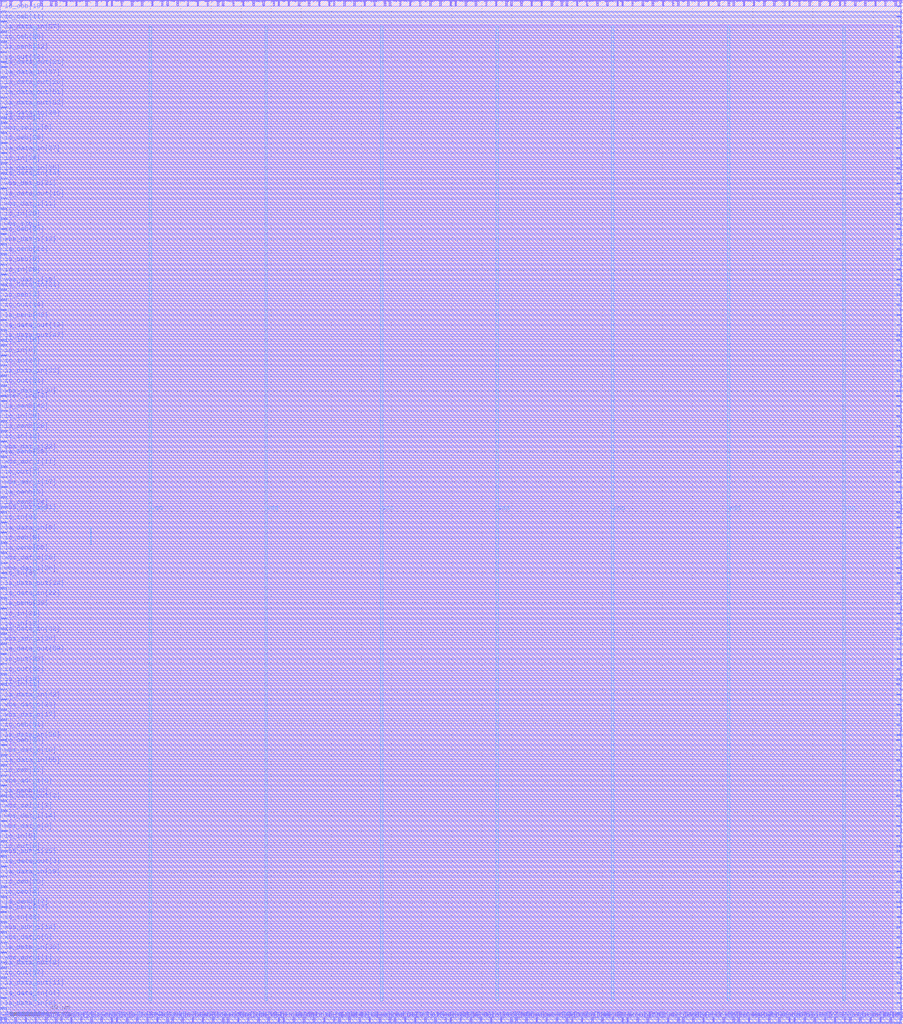
<source format=lef>
VERSION 5.7 ;
  NOWIREEXTENSIONATPIN ON ;
  DIVIDERCHAR "/" ;
  BUSBITCHARS "[]" ;
MACRO tiny_user_project
  CLASS BLOCK ;
  FOREIGN tiny_user_project ;
  ORIGIN 0.000 0.000 ;
  SIZE 600.000 BY 680.000 ;
  PIN io_in[0]
    DIRECTION INPUT ;
    USE SIGNAL ;
    PORT
      LAYER Metal3 ;
        RECT 1.000 443.520 4.000 444.080 ;
    END
  END io_in[0]
  PIN io_in[10]
    DIRECTION INPUT ;
    USE SIGNAL ;
    PORT
      LAYER Metal3 ;
        RECT 1.000 450.240 4.000 450.800 ;
    END
  END io_in[10]
  PIN io_in[11]
    DIRECTION INPUT ;
    USE SIGNAL ;
    PORT
      LAYER Metal3 ;
        RECT 1.000 221.760 4.000 222.320 ;
    END
  END io_in[11]
  PIN io_in[12]
    DIRECTION INPUT ;
    USE SIGNAL ;
    PORT
      LAYER Metal3 ;
        RECT 1.000 386.400 4.000 386.960 ;
    END
  END io_in[12]
  PIN io_in[13]
    DIRECTION INPUT ;
    USE SIGNAL ;
    PORT
      LAYER Metal3 ;
        RECT 1.000 262.080 4.000 262.640 ;
    END
  END io_in[13]
  PIN io_in[14]
    DIRECTION INPUT ;
    USE SIGNAL ;
    PORT
      LAYER Metal3 ;
        RECT 1.000 225.120 4.000 225.680 ;
    END
  END io_in[14]
  PIN io_in[15]
    DIRECTION INPUT ;
    USE SIGNAL ;
    PORT
      LAYER Metal2 ;
        RECT 299.040 676.000 299.600 679.000 ;
    END
  END io_in[15]
  PIN io_in[16]
    DIRECTION INPUT ;
    USE SIGNAL ;
    PORT
      LAYER Metal3 ;
        RECT 596.000 168.000 599.000 168.560 ;
    END
  END io_in[16]
  PIN io_in[17]
    DIRECTION INPUT ;
    USE SIGNAL ;
    PORT
      LAYER Metal3 ;
        RECT 596.000 641.760 599.000 642.320 ;
    END
  END io_in[17]
  PIN io_in[18]
    DIRECTION INPUT ;
    USE SIGNAL ;
    PORT
      LAYER Metal2 ;
        RECT 389.760 676.000 390.320 679.000 ;
    END
  END io_in[18]
  PIN io_in[19]
    DIRECTION INPUT ;
    USE SIGNAL ;
    PORT
      LAYER Metal3 ;
        RECT 596.000 26.880 599.000 27.440 ;
    END
  END io_in[19]
  PIN io_in[1]
    DIRECTION INPUT ;
    USE SIGNAL ;
    PORT
      LAYER Metal2 ;
        RECT 36.960 676.000 37.520 679.000 ;
    END
  END io_in[1]
  PIN io_in[20]
    DIRECTION INPUT ;
    USE SIGNAL ;
    PORT
      LAYER Metal2 ;
        RECT 470.400 676.000 470.960 679.000 ;
    END
  END io_in[20]
  PIN io_in[21]
    DIRECTION INPUT ;
    USE SIGNAL ;
    PORT
      LAYER Metal2 ;
        RECT 450.240 1.000 450.800 4.000 ;
    END
  END io_in[21]
  PIN io_in[22]
    DIRECTION INPUT ;
    USE SIGNAL ;
    PORT
      LAYER Metal2 ;
        RECT 598.080 676.000 598.640 679.000 ;
    END
  END io_in[22]
  PIN io_in[23]
    DIRECTION INPUT ;
    USE SIGNAL ;
    PORT
      LAYER Metal3 ;
        RECT 596.000 594.720 599.000 595.280 ;
    END
  END io_in[23]
  PIN io_in[24]
    DIRECTION INPUT ;
    USE SIGNAL ;
    PORT
      LAYER Metal2 ;
        RECT 527.520 1.000 528.080 4.000 ;
    END
  END io_in[24]
  PIN io_in[25]
    DIRECTION INPUT ;
    USE SIGNAL ;
    PORT
      LAYER Metal2 ;
        RECT 84.000 1.000 84.560 4.000 ;
    END
  END io_in[25]
  PIN io_in[26]
    DIRECTION INPUT ;
    USE SIGNAL ;
    PORT
      LAYER Metal3 ;
        RECT 1.000 534.240 4.000 534.800 ;
    END
  END io_in[26]
  PIN io_in[27]
    DIRECTION INPUT ;
    USE SIGNAL ;
    PORT
      LAYER Metal3 ;
        RECT 1.000 436.800 4.000 437.360 ;
    END
  END io_in[27]
  PIN io_in[28]
    DIRECTION INPUT ;
    USE SIGNAL ;
    PORT
      LAYER Metal3 ;
        RECT 1.000 497.280 4.000 497.840 ;
    END
  END io_in[28]
  PIN io_in[29]
    DIRECTION INPUT ;
    USE SIGNAL ;
    PORT
      LAYER Metal3 ;
        RECT 1.000 399.840 4.000 400.400 ;
    END
  END io_in[29]
  PIN io_in[2]
    DIRECTION INPUT ;
    USE SIGNAL ;
    PORT
      LAYER Metal3 ;
        RECT 596.000 675.360 599.000 675.920 ;
    END
  END io_in[2]
  PIN io_in[30]
    DIRECTION INPUT ;
    USE SIGNAL ;
    PORT
      LAYER Metal2 ;
        RECT 416.640 1.000 417.200 4.000 ;
    END
  END io_in[30]
  PIN io_in[31]
    DIRECTION INPUT ;
    USE SIGNAL ;
    PORT
      LAYER Metal3 ;
        RECT 1.000 268.800 4.000 269.360 ;
    END
  END io_in[31]
  PIN io_in[32]
    DIRECTION INPUT ;
    USE SIGNAL ;
    PORT
      LAYER Metal2 ;
        RECT 540.960 1.000 541.520 4.000 ;
    END
  END io_in[32]
  PIN io_in[33]
    DIRECTION INPUT ;
    USE SIGNAL ;
    PORT
      LAYER Metal3 ;
        RECT 1.000 67.200 4.000 67.760 ;
    END
  END io_in[33]
  PIN io_in[34]
    DIRECTION INPUT ;
    USE SIGNAL ;
    PORT
      LAYER Metal3 ;
        RECT 1.000 571.200 4.000 571.760 ;
    END
  END io_in[34]
  PIN io_in[35]
    DIRECTION INPUT ;
    USE SIGNAL ;
    PORT
      LAYER Metal2 ;
        RECT 530.880 676.000 531.440 679.000 ;
    END
  END io_in[35]
  PIN io_in[36]
    DIRECTION INPUT ;
    USE SIGNAL ;
    PORT
      LAYER Metal3 ;
        RECT 596.000 604.800 599.000 605.360 ;
    END
  END io_in[36]
  PIN io_in[37]
    DIRECTION INPUT ;
    USE SIGNAL ;
    PORT
      LAYER Metal3 ;
        RECT 596.000 527.520 599.000 528.080 ;
    END
  END io_in[37]
  PIN io_in[3]
    DIRECTION INPUT ;
    USE SIGNAL ;
    PORT
      LAYER Metal3 ;
        RECT 596.000 668.640 599.000 669.200 ;
    END
  END io_in[3]
  PIN io_in[4]
    DIRECTION INPUT ;
    USE SIGNAL ;
    PORT
      LAYER Metal3 ;
        RECT 596.000 329.280 599.000 329.840 ;
    END
  END io_in[4]
  PIN io_in[5]
    DIRECTION INPUT ;
    USE SIGNAL ;
    PORT
      LAYER Metal3 ;
        RECT 1.000 120.960 4.000 121.520 ;
    END
  END io_in[5]
  PIN io_in[6]
    DIRECTION INPUT ;
    USE SIGNAL ;
    PORT
      LAYER Metal3 ;
        RECT 596.000 161.280 599.000 161.840 ;
    END
  END io_in[6]
  PIN io_in[7]
    DIRECTION INPUT ;
    USE SIGNAL ;
    PORT
      LAYER Metal2 ;
        RECT 483.840 676.000 484.400 679.000 ;
    END
  END io_in[7]
  PIN io_in[8]
    DIRECTION INPUT ;
    USE SIGNAL ;
    PORT
      LAYER Metal3 ;
        RECT 1.000 295.680 4.000 296.240 ;
    END
  END io_in[8]
  PIN io_in[9]
    DIRECTION INPUT ;
    USE SIGNAL ;
    PORT
      LAYER Metal3 ;
        RECT 1.000 332.640 4.000 333.200 ;
    END
  END io_in[9]
  PIN io_oeb[0]
    DIRECTION OUTPUT TRISTATE ;
    USE SIGNAL ;
    PORT
      LAYER Metal3 ;
        RECT 596.000 490.560 599.000 491.120 ;
    END
  END io_oeb[0]
  PIN io_oeb[10]
    DIRECTION OUTPUT TRISTATE ;
    USE SIGNAL ;
    PORT
      LAYER Metal3 ;
        RECT 596.000 453.600 599.000 454.160 ;
    END
  END io_oeb[10]
  PIN io_oeb[11]
    DIRECTION OUTPUT TRISTATE ;
    USE SIGNAL ;
    PORT
      LAYER Metal3 ;
        RECT 1.000 665.280 4.000 665.840 ;
    END
  END io_oeb[11]
  PIN io_oeb[12]
    DIRECTION OUTPUT TRISTATE ;
    USE SIGNAL ;
    PORT
      LAYER Metal2 ;
        RECT 393.120 1.000 393.680 4.000 ;
    END
  END io_oeb[12]
  PIN io_oeb[13]
    DIRECTION OUTPUT TRISTATE ;
    USE SIGNAL ;
    PORT
      LAYER Metal3 ;
        RECT 1.000 164.640 4.000 165.200 ;
    END
  END io_oeb[13]
  PIN io_oeb[14]
    DIRECTION OUTPUT TRISTATE ;
    USE SIGNAL ;
    PORT
      LAYER Metal2 ;
        RECT 584.640 1.000 585.200 4.000 ;
    END
  END io_oeb[14]
  PIN io_oeb[15]
    DIRECTION OUTPUT TRISTATE ;
    USE SIGNAL ;
    PORT
      LAYER Metal2 ;
        RECT 366.240 676.000 366.800 679.000 ;
    END
  END io_oeb[15]
  PIN io_oeb[16]
    DIRECTION OUTPUT TRISTATE ;
    USE SIGNAL ;
    PORT
      LAYER Metal2 ;
        RECT 184.800 1.000 185.360 4.000 ;
    END
  END io_oeb[16]
  PIN io_oeb[17]
    DIRECTION OUTPUT TRISTATE ;
    USE SIGNAL ;
    PORT
      LAYER Metal2 ;
        RECT 60.480 1.000 61.040 4.000 ;
    END
  END io_oeb[17]
  PIN io_oeb[18]
    DIRECTION OUTPUT TRISTATE ;
    USE SIGNAL ;
    PORT
      LAYER Metal3 ;
        RECT 1.000 672.000 4.000 672.560 ;
    END
  END io_oeb[18]
  PIN io_oeb[19]
    DIRECTION OUTPUT TRISTATE ;
    USE SIGNAL ;
    PORT
      LAYER Metal2 ;
        RECT 184.800 676.000 185.360 679.000 ;
    END
  END io_oeb[19]
  PIN io_oeb[1]
    DIRECTION OUTPUT TRISTATE ;
    USE SIGNAL ;
    PORT
      LAYER Metal2 ;
        RECT 131.040 676.000 131.600 679.000 ;
    END
  END io_oeb[1]
  PIN io_oeb[20]
    DIRECTION OUTPUT TRISTATE ;
    USE SIGNAL ;
    PORT
      LAYER Metal2 ;
        RECT 329.280 676.000 329.840 679.000 ;
    END
  END io_oeb[20]
  PIN io_oeb[21]
    DIRECTION OUTPUT TRISTATE ;
    USE SIGNAL ;
    PORT
      LAYER Metal2 ;
        RECT 547.680 1.000 548.240 4.000 ;
    END
  END io_oeb[21]
  PIN io_oeb[22]
    DIRECTION OUTPUT TRISTATE ;
    USE SIGNAL ;
    PORT
      LAYER Metal3 ;
        RECT 596.000 204.960 599.000 205.520 ;
    END
  END io_oeb[22]
  PIN io_oeb[23]
    DIRECTION OUTPUT TRISTATE ;
    USE SIGNAL ;
    PORT
      LAYER Metal2 ;
        RECT 581.280 676.000 581.840 679.000 ;
    END
  END io_oeb[23]
  PIN io_oeb[24]
    DIRECTION OUTPUT TRISTATE ;
    USE SIGNAL ;
    PORT
      LAYER Metal3 ;
        RECT 1.000 184.800 4.000 185.360 ;
    END
  END io_oeb[24]
  PIN io_oeb[25]
    DIRECTION OUTPUT TRISTATE ;
    USE SIGNAL ;
    PORT
      LAYER Metal3 ;
        RECT 1.000 90.720 4.000 91.280 ;
    END
  END io_oeb[25]
  PIN io_oeb[26]
    DIRECTION OUTPUT TRISTATE ;
    USE SIGNAL ;
    PORT
      LAYER Metal3 ;
        RECT 1.000 584.640 4.000 585.200 ;
    END
  END io_oeb[26]
  PIN io_oeb[27]
    DIRECTION OUTPUT TRISTATE ;
    USE SIGNAL ;
    PORT
      LAYER Metal2 ;
        RECT 534.240 1.000 534.800 4.000 ;
    END
  END io_oeb[27]
  PIN io_oeb[28]
    DIRECTION OUTPUT TRISTATE ;
    USE SIGNAL ;
    PORT
      LAYER Metal3 ;
        RECT 1.000 651.840 4.000 652.400 ;
    END
  END io_oeb[28]
  PIN io_oeb[29]
    DIRECTION OUTPUT TRISTATE ;
    USE SIGNAL ;
    PORT
      LAYER Metal3 ;
        RECT 596.000 366.240 599.000 366.800 ;
    END
  END io_oeb[29]
  PIN io_oeb[2]
    DIRECTION OUTPUT TRISTATE ;
    USE SIGNAL ;
    PORT
      LAYER Metal3 ;
        RECT 596.000 285.600 599.000 286.160 ;
    END
  END io_oeb[2]
  PIN io_oeb[30]
    DIRECTION OUTPUT TRISTATE ;
    USE SIGNAL ;
    PORT
      LAYER Metal3 ;
        RECT 596.000 0.000 599.000 0.560 ;
    END
  END io_oeb[30]
  PIN io_oeb[31]
    DIRECTION OUTPUT TRISTATE ;
    USE SIGNAL ;
    PORT
      LAYER Metal3 ;
        RECT 1.000 194.880 4.000 195.440 ;
    END
  END io_oeb[31]
  PIN io_oeb[32]
    DIRECTION OUTPUT TRISTATE ;
    USE SIGNAL ;
    PORT
      LAYER Metal2 ;
        RECT 520.800 676.000 521.360 679.000 ;
    END
  END io_oeb[32]
  PIN io_oeb[33]
    DIRECTION OUTPUT TRISTATE ;
    USE SIGNAL ;
    PORT
      LAYER Metal3 ;
        RECT 596.000 144.480 599.000 145.040 ;
    END
  END io_oeb[33]
  PIN io_oeb[34]
    DIRECTION OUTPUT TRISTATE ;
    USE SIGNAL ;
    PORT
      LAYER Metal3 ;
        RECT 1.000 524.160 4.000 524.720 ;
    END
  END io_oeb[34]
  PIN io_oeb[35]
    DIRECTION OUTPUT TRISTATE ;
    USE SIGNAL ;
    PORT
      LAYER Metal3 ;
        RECT 596.000 618.240 599.000 618.800 ;
    END
  END io_oeb[35]
  PIN io_oeb[36]
    DIRECTION OUTPUT TRISTATE ;
    USE SIGNAL ;
    PORT
      LAYER Metal2 ;
        RECT 315.840 676.000 316.400 679.000 ;
    END
  END io_oeb[36]
  PIN io_oeb[37]
    DIRECTION OUTPUT TRISTATE ;
    USE SIGNAL ;
    PORT
      LAYER Metal3 ;
        RECT 596.000 299.040 599.000 299.600 ;
    END
  END io_oeb[37]
  PIN io_oeb[3]
    DIRECTION OUTPUT TRISTATE ;
    USE SIGNAL ;
    PORT
      LAYER Metal3 ;
        RECT 1.000 480.480 4.000 481.040 ;
    END
  END io_oeb[3]
  PIN io_oeb[4]
    DIRECTION OUTPUT TRISTATE ;
    USE SIGNAL ;
    PORT
      LAYER Metal3 ;
        RECT 1.000 84.000 4.000 84.560 ;
    END
  END io_oeb[4]
  PIN io_oeb[5]
    DIRECTION OUTPUT TRISTATE ;
    USE SIGNAL ;
    PORT
      LAYER Metal2 ;
        RECT 426.720 676.000 427.280 679.000 ;
    END
  END io_oeb[5]
  PIN io_oeb[6]
    DIRECTION OUTPUT TRISTATE ;
    USE SIGNAL ;
    PORT
      LAYER Metal3 ;
        RECT 1.000 504.000 4.000 504.560 ;
    END
  END io_oeb[6]
  PIN io_oeb[7]
    DIRECTION OUTPUT TRISTATE ;
    USE SIGNAL ;
    PORT
      LAYER Metal2 ;
        RECT 265.440 676.000 266.000 679.000 ;
    END
  END io_oeb[7]
  PIN io_oeb[8]
    DIRECTION OUTPUT TRISTATE ;
    USE SIGNAL ;
    PORT
      LAYER Metal3 ;
        RECT 1.000 319.200 4.000 319.760 ;
    END
  END io_oeb[8]
  PIN io_oeb[9]
    DIRECTION OUTPUT TRISTATE ;
    USE SIGNAL ;
    PORT
      LAYER Metal3 ;
        RECT 596.000 661.920 599.000 662.480 ;
    END
  END io_oeb[9]
  PIN io_out[0]
    DIRECTION OUTPUT TRISTATE ;
    USE SIGNAL ;
    PORT
      LAYER Metal2 ;
        RECT 63.840 676.000 64.400 679.000 ;
    END
  END io_out[0]
  PIN io_out[10]
    DIRECTION OUTPUT TRISTATE ;
    USE SIGNAL ;
    PORT
      LAYER Metal2 ;
        RECT 154.560 676.000 155.120 679.000 ;
    END
  END io_out[10]
  PIN io_out[11]
    DIRECTION OUTPUT TRISTATE ;
    USE SIGNAL ;
    PORT
      LAYER Metal2 ;
        RECT 413.280 1.000 413.840 4.000 ;
    END
  END io_out[11]
  PIN io_out[12]
    DIRECTION OUTPUT TRISTATE ;
    USE SIGNAL ;
    PORT
      LAYER Metal2 ;
        RECT 588.000 676.000 588.560 679.000 ;
    END
  END io_out[12]
  PIN io_out[13]
    DIRECTION OUTPUT TRISTATE ;
    USE SIGNAL ;
    PORT
      LAYER Metal3 ;
        RECT 1.000 638.400 4.000 638.960 ;
    END
  END io_out[13]
  PIN io_out[14]
    DIRECTION OUTPUT TRISTATE ;
    USE SIGNAL ;
    PORT
      LAYER Metal3 ;
        RECT 1.000 473.760 4.000 474.320 ;
    END
  END io_out[14]
  PIN io_out[15]
    DIRECTION OUTPUT TRISTATE ;
    USE SIGNAL ;
    PORT
      LAYER Metal2 ;
        RECT 258.720 1.000 259.280 4.000 ;
    END
  END io_out[15]
  PIN io_out[16]
    DIRECTION OUTPUT TRISTATE ;
    USE SIGNAL ;
    PORT
      LAYER Metal3 ;
        RECT 596.000 574.560 599.000 575.120 ;
    END
  END io_out[16]
  PIN io_out[17]
    DIRECTION OUTPUT TRISTATE ;
    USE SIGNAL ;
    PORT
      LAYER Metal2 ;
        RECT 73.920 1.000 74.480 4.000 ;
    END
  END io_out[17]
  PIN io_out[18]
    DIRECTION OUTPUT TRISTATE ;
    USE SIGNAL ;
    PORT
      LAYER Metal2 ;
        RECT 598.080 1.000 598.640 4.000 ;
    END
  END io_out[18]
  PIN io_out[19]
    DIRECTION OUTPUT TRISTATE ;
    USE SIGNAL ;
    PORT
      LAYER Metal2 ;
        RECT 100.800 676.000 101.360 679.000 ;
    END
  END io_out[19]
  PIN io_out[1]
    DIRECTION OUTPUT TRISTATE ;
    USE SIGNAL ;
    PORT
      LAYER Metal2 ;
        RECT 40.320 1.000 40.880 4.000 ;
    END
  END io_out[1]
  PIN io_out[20]
    DIRECTION OUTPUT TRISTATE ;
    USE SIGNAL ;
    PORT
      LAYER Metal3 ;
        RECT 596.000 100.800 599.000 101.360 ;
    END
  END io_out[20]
  PIN io_out[21]
    DIRECTION OUTPUT TRISTATE ;
    USE SIGNAL ;
    PORT
      LAYER Metal3 ;
        RECT 1.000 423.360 4.000 423.920 ;
    END
  END io_out[21]
  PIN io_out[22]
    DIRECTION OUTPUT TRISTATE ;
    USE SIGNAL ;
    PORT
      LAYER Metal3 ;
        RECT 596.000 181.440 599.000 182.000 ;
    END
  END io_out[22]
  PIN io_out[23]
    DIRECTION OUTPUT TRISTATE ;
    USE SIGNAL ;
    PORT
      LAYER Metal3 ;
        RECT 1.000 238.560 4.000 239.120 ;
    END
  END io_out[23]
  PIN io_out[24]
    DIRECTION OUTPUT TRISTATE ;
    USE SIGNAL ;
    PORT
      LAYER Metal2 ;
        RECT 561.120 1.000 561.680 4.000 ;
    END
  END io_out[24]
  PIN io_out[25]
    DIRECTION OUTPUT TRISTATE ;
    USE SIGNAL ;
    PORT
      LAYER Metal3 ;
        RECT 596.000 57.120 599.000 57.680 ;
    END
  END io_out[25]
  PIN io_out[26]
    DIRECTION OUTPUT TRISTATE ;
    USE SIGNAL ;
    PORT
      LAYER Metal2 ;
        RECT 268.800 1.000 269.360 4.000 ;
    END
  END io_out[26]
  PIN io_out[27]
    DIRECTION OUTPUT TRISTATE ;
    USE SIGNAL ;
    PORT
      LAYER Metal2 ;
        RECT 215.040 1.000 215.600 4.000 ;
    END
  END io_out[27]
  PIN io_out[28]
    DIRECTION OUTPUT TRISTATE ;
    USE SIGNAL ;
    PORT
      LAYER Metal2 ;
        RECT 409.920 676.000 410.480 679.000 ;
    END
  END io_out[28]
  PIN io_out[29]
    DIRECTION OUTPUT TRISTATE ;
    USE SIGNAL ;
    PORT
      LAYER Metal2 ;
        RECT 436.800 1.000 437.360 4.000 ;
    END
  END io_out[29]
  PIN io_out[2]
    DIRECTION OUTPUT TRISTATE ;
    USE SIGNAL ;
    PORT
      LAYER Metal3 ;
        RECT 596.000 265.440 599.000 266.000 ;
    END
  END io_out[2]
  PIN io_out[30]
    DIRECTION OUTPUT TRISTATE ;
    USE SIGNAL ;
    PORT
      LAYER Metal2 ;
        RECT 544.320 676.000 544.880 679.000 ;
    END
  END io_out[30]
  PIN io_out[31]
    DIRECTION OUTPUT TRISTATE ;
    USE SIGNAL ;
    PORT
      LAYER Metal2 ;
        RECT 225.120 1.000 225.680 4.000 ;
    END
  END io_out[31]
  PIN io_out[32]
    DIRECTION OUTPUT TRISTATE ;
    USE SIGNAL ;
    PORT
      LAYER Metal2 ;
        RECT 359.520 676.000 360.080 679.000 ;
    END
  END io_out[32]
  PIN io_out[33]
    DIRECTION OUTPUT TRISTATE ;
    USE SIGNAL ;
    PORT
      LAYER Metal3 ;
        RECT 1.000 231.840 4.000 232.400 ;
    END
  END io_out[33]
  PIN io_out[34]
    DIRECTION OUTPUT TRISTATE ;
    USE SIGNAL ;
    PORT
      LAYER Metal2 ;
        RECT 423.360 1.000 423.920 4.000 ;
    END
  END io_out[34]
  PIN io_out[35]
    DIRECTION OUTPUT TRISTATE ;
    USE SIGNAL ;
    PORT
      LAYER Metal2 ;
        RECT 379.680 1.000 380.240 4.000 ;
    END
  END io_out[35]
  PIN io_out[36]
    DIRECTION OUTPUT TRISTATE ;
    USE SIGNAL ;
    PORT
      LAYER Metal2 ;
        RECT 151.200 1.000 151.760 4.000 ;
    END
  END io_out[36]
  PIN io_out[37]
    DIRECTION OUTPUT TRISTATE ;
    USE SIGNAL ;
    PORT
      LAYER Metal3 ;
        RECT 1.000 30.240 4.000 30.800 ;
    END
  END io_out[37]
  PIN io_out[3]
    DIRECTION OUTPUT TRISTATE ;
    USE SIGNAL ;
    PORT
      LAYER Metal2 ;
        RECT 255.360 676.000 255.920 679.000 ;
    END
  END io_out[3]
  PIN io_out[4]
    DIRECTION OUTPUT TRISTATE ;
    USE SIGNAL ;
    PORT
      LAYER Metal2 ;
        RECT 295.680 1.000 296.240 4.000 ;
    END
  END io_out[4]
  PIN io_out[5]
    DIRECTION OUTPUT TRISTATE ;
    USE SIGNAL ;
    PORT
      LAYER Metal2 ;
        RECT 228.480 676.000 229.040 679.000 ;
    END
  END io_out[5]
  PIN io_out[6]
    DIRECTION OUTPUT TRISTATE ;
    USE SIGNAL ;
    PORT
      LAYER Metal3 ;
        RECT 1.000 114.240 4.000 114.800 ;
    END
  END io_out[6]
  PIN io_out[7]
    DIRECTION OUTPUT TRISTATE ;
    USE SIGNAL ;
    PORT
      LAYER Metal3 ;
        RECT 1.000 362.880 4.000 363.440 ;
    END
  END io_out[7]
  PIN io_out[8]
    DIRECTION OUTPUT TRISTATE ;
    USE SIGNAL ;
    PORT
      LAYER Metal2 ;
        RECT 467.040 1.000 467.600 4.000 ;
    END
  END io_out[8]
  PIN io_out[9]
    DIRECTION OUTPUT TRISTATE ;
    USE SIGNAL ;
    PORT
      LAYER Metal2 ;
        RECT 164.640 1.000 165.200 4.000 ;
    END
  END io_out[9]
  PIN la_data_in[0]
    DIRECTION INPUT ;
    USE SIGNAL ;
    PORT
      LAYER Metal3 ;
        RECT 1.000 325.920 4.000 326.480 ;
    END
  END la_data_in[0]
  PIN la_data_in[10]
    DIRECTION INPUT ;
    USE SIGNAL ;
    PORT
      LAYER Metal3 ;
        RECT 596.000 638.400 599.000 638.960 ;
    END
  END la_data_in[10]
  PIN la_data_in[11]
    DIRECTION INPUT ;
    USE SIGNAL ;
    PORT
      LAYER Metal3 ;
        RECT 596.000 322.560 599.000 323.120 ;
    END
  END la_data_in[11]
  PIN la_data_in[12]
    DIRECTION INPUT ;
    USE SIGNAL ;
    PORT
      LAYER Metal2 ;
        RECT 194.880 1.000 195.440 4.000 ;
    END
  END la_data_in[12]
  PIN la_data_in[13]
    DIRECTION INPUT ;
    USE SIGNAL ;
    PORT
      LAYER Metal2 ;
        RECT 218.400 676.000 218.960 679.000 ;
    END
  END la_data_in[13]
  PIN la_data_in[14]
    DIRECTION INPUT ;
    USE SIGNAL ;
    PORT
      LAYER Metal3 ;
        RECT 1.000 561.120 4.000 561.680 ;
    END
  END la_data_in[14]
  PIN la_data_in[15]
    DIRECTION INPUT ;
    USE SIGNAL ;
    PORT
      LAYER Metal3 ;
        RECT 596.000 500.640 599.000 501.200 ;
    END
  END la_data_in[15]
  PIN la_data_in[16]
    DIRECTION INPUT ;
    USE SIGNAL ;
    PORT
      LAYER Metal2 ;
        RECT 20.160 676.000 20.720 679.000 ;
    END
  END la_data_in[16]
  PIN la_data_in[17]
    DIRECTION INPUT ;
    USE SIGNAL ;
    PORT
      LAYER Metal3 ;
        RECT 596.000 137.760 599.000 138.320 ;
    END
  END la_data_in[17]
  PIN la_data_in[18]
    DIRECTION INPUT ;
    USE SIGNAL ;
    PORT
      LAYER Metal2 ;
        RECT 278.880 676.000 279.440 679.000 ;
    END
  END la_data_in[18]
  PIN la_data_in[19]
    DIRECTION INPUT ;
    USE SIGNAL ;
    PORT
      LAYER Metal3 ;
        RECT 1.000 97.440 4.000 98.000 ;
    END
  END la_data_in[19]
  PIN la_data_in[1]
    DIRECTION INPUT ;
    USE SIGNAL ;
    PORT
      LAYER Metal2 ;
        RECT 107.520 676.000 108.080 679.000 ;
    END
  END la_data_in[1]
  PIN la_data_in[20]
    DIRECTION INPUT ;
    USE SIGNAL ;
    PORT
      LAYER Metal3 ;
        RECT 596.000 174.720 599.000 175.280 ;
    END
  END la_data_in[20]
  PIN la_data_in[21]
    DIRECTION INPUT ;
    USE SIGNAL ;
    PORT
      LAYER Metal3 ;
        RECT 1.000 487.200 4.000 487.760 ;
    END
  END la_data_in[21]
  PIN la_data_in[22]
    DIRECTION INPUT ;
    USE SIGNAL ;
    PORT
      LAYER Metal3 ;
        RECT 1.000 282.240 4.000 282.800 ;
    END
  END la_data_in[22]
  PIN la_data_in[23]
    DIRECTION INPUT ;
    USE SIGNAL ;
    PORT
      LAYER Metal3 ;
        RECT 596.000 520.800 599.000 521.360 ;
    END
  END la_data_in[23]
  PIN la_data_in[24]
    DIRECTION INPUT ;
    USE SIGNAL ;
    PORT
      LAYER Metal2 ;
        RECT 285.600 676.000 286.160 679.000 ;
    END
  END la_data_in[24]
  PIN la_data_in[25]
    DIRECTION INPUT ;
    USE SIGNAL ;
    PORT
      LAYER Metal2 ;
        RECT 94.080 676.000 94.640 679.000 ;
    END
  END la_data_in[25]
  PIN la_data_in[26]
    DIRECTION INPUT ;
    USE SIGNAL ;
    PORT
      LAYER Metal2 ;
        RECT 352.800 676.000 353.360 679.000 ;
    END
  END la_data_in[26]
  PIN la_data_in[27]
    DIRECTION INPUT ;
    USE SIGNAL ;
    PORT
      LAYER Metal3 ;
        RECT 1.000 577.920 4.000 578.480 ;
    END
  END la_data_in[27]
  PIN la_data_in[28]
    DIRECTION INPUT ;
    USE SIGNAL ;
    PORT
      LAYER Metal3 ;
        RECT 1.000 601.440 4.000 602.000 ;
    END
  END la_data_in[28]
  PIN la_data_in[29]
    DIRECTION INPUT ;
    USE SIGNAL ;
    PORT
      LAYER Metal3 ;
        RECT 596.000 198.240 599.000 198.800 ;
    END
  END la_data_in[29]
  PIN la_data_in[2]
    DIRECTION INPUT ;
    USE SIGNAL ;
    PORT
      LAYER Metal2 ;
        RECT 241.920 676.000 242.480 679.000 ;
    END
  END la_data_in[2]
  PIN la_data_in[30]
    DIRECTION INPUT ;
    USE SIGNAL ;
    PORT
      LAYER Metal3 ;
        RECT 1.000 47.040 4.000 47.600 ;
    END
  END la_data_in[30]
  PIN la_data_in[31]
    DIRECTION INPUT ;
    USE SIGNAL ;
    PORT
      LAYER Metal2 ;
        RECT 500.640 676.000 501.200 679.000 ;
    END
  END la_data_in[31]
  PIN la_data_in[32]
    DIRECTION INPUT ;
    USE SIGNAL ;
    PORT
      LAYER Metal3 ;
        RECT 1.000 258.720 4.000 259.280 ;
    END
  END la_data_in[32]
  PIN la_data_in[33]
    DIRECTION INPUT ;
    USE SIGNAL ;
    PORT
      LAYER Metal3 ;
        RECT 1.000 430.080 4.000 430.640 ;
    END
  END la_data_in[33]
  PIN la_data_in[34]
    DIRECTION INPUT ;
    USE SIGNAL ;
    PORT
      LAYER Metal2 ;
        RECT 6.720 676.000 7.280 679.000 ;
    END
  END la_data_in[34]
  PIN la_data_in[35]
    DIRECTION INPUT ;
    USE SIGNAL ;
    PORT
      LAYER Metal3 ;
        RECT 1.000 564.480 4.000 565.040 ;
    END
  END la_data_in[35]
  PIN la_data_in[36]
    DIRECTION INPUT ;
    USE SIGNAL ;
    PORT
      LAYER Metal2 ;
        RECT 453.600 1.000 454.160 4.000 ;
    END
  END la_data_in[36]
  PIN la_data_in[37]
    DIRECTION INPUT ;
    USE SIGNAL ;
    PORT
      LAYER Metal3 ;
        RECT 1.000 628.320 4.000 628.880 ;
    END
  END la_data_in[37]
  PIN la_data_in[38]
    DIRECTION INPUT ;
    USE SIGNAL ;
    PORT
      LAYER Metal2 ;
        RECT 288.960 1.000 289.520 4.000 ;
    END
  END la_data_in[38]
  PIN la_data_in[39]
    DIRECTION INPUT ;
    USE SIGNAL ;
    PORT
      LAYER Metal2 ;
        RECT 309.120 676.000 309.680 679.000 ;
    END
  END la_data_in[39]
  PIN la_data_in[3]
    DIRECTION INPUT ;
    USE SIGNAL ;
    PORT
      LAYER Metal3 ;
        RECT 596.000 389.760 599.000 390.320 ;
    END
  END la_data_in[3]
  PIN la_data_in[40]
    DIRECTION INPUT ;
    USE SIGNAL ;
    PORT
      LAYER Metal2 ;
        RECT 221.760 1.000 222.320 4.000 ;
    END
  END la_data_in[40]
  PIN la_data_in[41]
    DIRECTION INPUT ;
    USE SIGNAL ;
    PORT
      LAYER Metal2 ;
        RECT 305.760 1.000 306.320 4.000 ;
    END
  END la_data_in[41]
  PIN la_data_in[42]
    DIRECTION INPUT ;
    USE SIGNAL ;
    PORT
      LAYER Metal3 ;
        RECT 1.000 215.040 4.000 215.600 ;
    END
  END la_data_in[42]
  PIN la_data_in[43]
    DIRECTION INPUT ;
    USE SIGNAL ;
    PORT
      LAYER Metal2 ;
        RECT 561.120 676.000 561.680 679.000 ;
    END
  END la_data_in[43]
  PIN la_data_in[44]
    DIRECTION INPUT ;
    USE SIGNAL ;
    PORT
      LAYER Metal3 ;
        RECT 596.000 43.680 599.000 44.240 ;
    END
  END la_data_in[44]
  PIN la_data_in[45]
    DIRECTION INPUT ;
    USE SIGNAL ;
    PORT
      LAYER Metal2 ;
        RECT 208.320 1.000 208.880 4.000 ;
    END
  END la_data_in[45]
  PIN la_data_in[46]
    DIRECTION INPUT ;
    USE SIGNAL ;
    PORT
      LAYER Metal3 ;
        RECT 596.000 507.360 599.000 507.920 ;
    END
  END la_data_in[46]
  PIN la_data_in[47]
    DIRECTION INPUT ;
    USE SIGNAL ;
    PORT
      LAYER Metal2 ;
        RECT 399.840 1.000 400.400 4.000 ;
    END
  END la_data_in[47]
  PIN la_data_in[48]
    DIRECTION INPUT ;
    USE SIGNAL ;
    PORT
      LAYER Metal2 ;
        RECT 258.720 676.000 259.280 679.000 ;
    END
  END la_data_in[48]
  PIN la_data_in[49]
    DIRECTION INPUT ;
    USE SIGNAL ;
    PORT
      LAYER Metal2 ;
        RECT 204.960 676.000 205.520 679.000 ;
    END
  END la_data_in[49]
  PIN la_data_in[4]
    DIRECTION INPUT ;
    USE SIGNAL ;
    PORT
      LAYER Metal2 ;
        RECT 13.440 676.000 14.000 679.000 ;
    END
  END la_data_in[4]
  PIN la_data_in[50]
    DIRECTION INPUT ;
    USE SIGNAL ;
    PORT
      LAYER Metal2 ;
        RECT 211.680 676.000 212.240 679.000 ;
    END
  END la_data_in[50]
  PIN la_data_in[51]
    DIRECTION INPUT ;
    USE SIGNAL ;
    PORT
      LAYER Metal2 ;
        RECT 299.040 1.000 299.600 4.000 ;
    END
  END la_data_in[51]
  PIN la_data_in[52]
    DIRECTION INPUT ;
    USE SIGNAL ;
    PORT
      LAYER Metal3 ;
        RECT 596.000 255.360 599.000 255.920 ;
    END
  END la_data_in[52]
  PIN la_data_in[53]
    DIRECTION INPUT ;
    USE SIGNAL ;
    PORT
      LAYER Metal2 ;
        RECT 456.960 676.000 457.520 679.000 ;
    END
  END la_data_in[53]
  PIN la_data_in[54]
    DIRECTION INPUT ;
    USE SIGNAL ;
    PORT
      LAYER Metal2 ;
        RECT 413.280 676.000 413.840 679.000 ;
    END
  END la_data_in[54]
  PIN la_data_in[55]
    DIRECTION INPUT ;
    USE SIGNAL ;
    PORT
      LAYER Metal3 ;
        RECT 1.000 171.360 4.000 171.920 ;
    END
  END la_data_in[55]
  PIN la_data_in[56]
    DIRECTION INPUT ;
    USE SIGNAL ;
    PORT
      LAYER Metal3 ;
        RECT 1.000 188.160 4.000 188.720 ;
    END
  END la_data_in[56]
  PIN la_data_in[57]
    DIRECTION INPUT ;
    USE SIGNAL ;
    PORT
      LAYER Metal3 ;
        RECT 1.000 658.560 4.000 659.120 ;
    END
  END la_data_in[57]
  PIN la_data_in[58]
    DIRECTION INPUT ;
    USE SIGNAL ;
    PORT
      LAYER Metal2 ;
        RECT 231.840 1.000 232.400 4.000 ;
    END
  END la_data_in[58]
  PIN la_data_in[59]
    DIRECTION INPUT ;
    USE SIGNAL ;
    PORT
      LAYER Metal3 ;
        RECT 596.000 624.960 599.000 625.520 ;
    END
  END la_data_in[59]
  PIN la_data_in[5]
    DIRECTION INPUT ;
    USE SIGNAL ;
    PORT
      LAYER Metal2 ;
        RECT 110.880 1.000 111.440 4.000 ;
    END
  END la_data_in[5]
  PIN la_data_in[60]
    DIRECTION INPUT ;
    USE SIGNAL ;
    PORT
      LAYER Metal3 ;
        RECT 596.000 463.680 599.000 464.240 ;
    END
  END la_data_in[60]
  PIN la_data_in[61]
    DIRECTION INPUT ;
    USE SIGNAL ;
    PORT
      LAYER Metal3 ;
        RECT 1.000 16.800 4.000 17.360 ;
    END
  END la_data_in[61]
  PIN la_data_in[62]
    DIRECTION INPUT ;
    USE SIGNAL ;
    PORT
      LAYER Metal2 ;
        RECT 376.320 1.000 376.880 4.000 ;
    END
  END la_data_in[62]
  PIN la_data_in[63]
    DIRECTION INPUT ;
    USE SIGNAL ;
    PORT
      LAYER Metal2 ;
        RECT 124.320 676.000 124.880 679.000 ;
    END
  END la_data_in[63]
  PIN la_data_in[6]
    DIRECTION INPUT ;
    USE SIGNAL ;
    PORT
      LAYER Metal2 ;
        RECT 127.680 1.000 128.240 4.000 ;
    END
  END la_data_in[6]
  PIN la_data_in[7]
    DIRECTION INPUT ;
    USE SIGNAL ;
    PORT
      LAYER Metal3 ;
        RECT 596.000 272.160 599.000 272.720 ;
    END
  END la_data_in[7]
  PIN la_data_in[8]
    DIRECTION INPUT ;
    USE SIGNAL ;
    PORT
      LAYER Metal3 ;
        RECT 1.000 10.080 4.000 10.640 ;
    END
  END la_data_in[8]
  PIN la_data_in[9]
    DIRECTION INPUT ;
    USE SIGNAL ;
    PORT
      LAYER Metal2 ;
        RECT 537.600 676.000 538.160 679.000 ;
    END
  END la_data_in[9]
  PIN la_data_out[0]
    DIRECTION OUTPUT TRISTATE ;
    USE SIGNAL ;
    PORT
      LAYER Metal2 ;
        RECT 514.080 676.000 514.640 679.000 ;
    END
  END la_data_out[0]
  PIN la_data_out[10]
    DIRECTION OUTPUT TRISTATE ;
    USE SIGNAL ;
    PORT
      LAYER Metal3 ;
        RECT 596.000 383.040 599.000 383.600 ;
    END
  END la_data_out[10]
  PIN la_data_out[11]
    DIRECTION OUTPUT TRISTATE ;
    USE SIGNAL ;
    PORT
      LAYER Metal3 ;
        RECT 1.000 23.520 4.000 24.080 ;
    END
  END la_data_out[11]
  PIN la_data_out[12]
    DIRECTION OUTPUT TRISTATE ;
    USE SIGNAL ;
    PORT
      LAYER Metal3 ;
        RECT 1.000 460.320 4.000 460.880 ;
    END
  END la_data_out[12]
  PIN la_data_out[13]
    DIRECTION OUTPUT TRISTATE ;
    USE SIGNAL ;
    PORT
      LAYER Metal2 ;
        RECT 238.560 1.000 239.120 4.000 ;
    END
  END la_data_out[13]
  PIN la_data_out[14]
    DIRECTION OUTPUT TRISTATE ;
    USE SIGNAL ;
    PORT
      LAYER Metal3 ;
        RECT 596.000 302.400 599.000 302.960 ;
    END
  END la_data_out[14]
  PIN la_data_out[15]
    DIRECTION OUTPUT TRISTATE ;
    USE SIGNAL ;
    PORT
      LAYER Metal3 ;
        RECT 1.000 547.680 4.000 548.240 ;
    END
  END la_data_out[15]
  PIN la_data_out[16]
    DIRECTION OUTPUT TRISTATE ;
    USE SIGNAL ;
    PORT
      LAYER Metal3 ;
        RECT 596.000 396.480 599.000 397.040 ;
    END
  END la_data_out[16]
  PIN la_data_out[17]
    DIRECTION OUTPUT TRISTATE ;
    USE SIGNAL ;
    PORT
      LAYER Metal2 ;
        RECT 272.160 676.000 272.720 679.000 ;
    END
  END la_data_out[17]
  PIN la_data_out[18]
    DIRECTION OUTPUT TRISTATE ;
    USE SIGNAL ;
    PORT
      LAYER Metal3 ;
        RECT 596.000 567.840 599.000 568.400 ;
    END
  END la_data_out[18]
  PIN la_data_out[19]
    DIRECTION OUTPUT TRISTATE ;
    USE SIGNAL ;
    PORT
      LAYER Metal2 ;
        RECT 339.360 1.000 339.920 4.000 ;
    END
  END la_data_out[19]
  PIN la_data_out[1]
    DIRECTION OUTPUT TRISTATE ;
    USE SIGNAL ;
    PORT
      LAYER Metal3 ;
        RECT 596.000 339.360 599.000 339.920 ;
    END
  END la_data_out[1]
  PIN la_data_out[20]
    DIRECTION OUTPUT TRISTATE ;
    USE SIGNAL ;
    PORT
      LAYER Metal3 ;
        RECT 596.000 131.040 599.000 131.600 ;
    END
  END la_data_out[20]
  PIN la_data_out[21]
    DIRECTION OUTPUT TRISTATE ;
    USE SIGNAL ;
    PORT
      LAYER Metal3 ;
        RECT 1.000 635.040 4.000 635.600 ;
    END
  END la_data_out[21]
  PIN la_data_out[22]
    DIRECTION OUTPUT TRISTATE ;
    USE SIGNAL ;
    PORT
      LAYER Metal3 ;
        RECT 596.000 440.160 599.000 440.720 ;
    END
  END la_data_out[22]
  PIN la_data_out[23]
    DIRECTION OUTPUT TRISTATE ;
    USE SIGNAL ;
    PORT
      LAYER Metal2 ;
        RECT 188.160 1.000 188.720 4.000 ;
    END
  END la_data_out[23]
  PIN la_data_out[24]
    DIRECTION OUTPUT TRISTATE ;
    USE SIGNAL ;
    PORT
      LAYER Metal3 ;
        RECT 1.000 288.960 4.000 289.520 ;
    END
  END la_data_out[24]
  PIN la_data_out[25]
    DIRECTION OUTPUT TRISTATE ;
    USE SIGNAL ;
    PORT
      LAYER Metal2 ;
        RECT 342.720 1.000 343.280 4.000 ;
    END
  END la_data_out[25]
  PIN la_data_out[26]
    DIRECTION OUTPUT TRISTATE ;
    USE SIGNAL ;
    PORT
      LAYER Metal3 ;
        RECT 1.000 621.600 4.000 622.160 ;
    END
  END la_data_out[26]
  PIN la_data_out[27]
    DIRECTION OUTPUT TRISTATE ;
    USE SIGNAL ;
    PORT
      LAYER Metal2 ;
        RECT 346.080 676.000 346.640 679.000 ;
    END
  END la_data_out[27]
  PIN la_data_out[28]
    DIRECTION OUTPUT TRISTATE ;
    USE SIGNAL ;
    PORT
      LAYER Metal3 ;
        RECT 596.000 551.040 599.000 551.600 ;
    END
  END la_data_out[28]
  PIN la_data_out[29]
    DIRECTION OUTPUT TRISTATE ;
    USE SIGNAL ;
    PORT
      LAYER Metal2 ;
        RECT 275.520 1.000 276.080 4.000 ;
    END
  END la_data_out[29]
  PIN la_data_out[2]
    DIRECTION OUTPUT TRISTATE ;
    USE SIGNAL ;
    PORT
      LAYER Metal3 ;
        RECT 1.000 147.840 4.000 148.400 ;
    END
  END la_data_out[2]
  PIN la_data_out[30]
    DIRECTION OUTPUT TRISTATE ;
    USE SIGNAL ;
    PORT
      LAYER Metal3 ;
        RECT 596.000 336.000 599.000 336.560 ;
    END
  END la_data_out[30]
  PIN la_data_out[31]
    DIRECTION OUTPUT TRISTATE ;
    USE SIGNAL ;
    PORT
      LAYER Metal3 ;
        RECT 596.000 70.560 599.000 71.120 ;
    END
  END la_data_out[31]
  PIN la_data_out[32]
    DIRECTION OUTPUT TRISTATE ;
    USE SIGNAL ;
    PORT
      LAYER Metal2 ;
        RECT 336.000 676.000 336.560 679.000 ;
    END
  END la_data_out[32]
  PIN la_data_out[33]
    DIRECTION OUTPUT TRISTATE ;
    USE SIGNAL ;
    PORT
      LAYER Metal3 ;
        RECT 596.000 154.560 599.000 155.120 ;
    END
  END la_data_out[33]
  PIN la_data_out[34]
    DIRECTION OUTPUT TRISTATE ;
    USE SIGNAL ;
    PORT
      LAYER Metal2 ;
        RECT 312.480 1.000 313.040 4.000 ;
    END
  END la_data_out[34]
  PIN la_data_out[35]
    DIRECTION OUTPUT TRISTATE ;
    USE SIGNAL ;
    PORT
      LAYER Metal2 ;
        RECT 302.400 676.000 302.960 679.000 ;
    END
  END la_data_out[35]
  PIN la_data_out[36]
    DIRECTION OUTPUT TRISTATE ;
    USE SIGNAL ;
    PORT
      LAYER Metal3 ;
        RECT 596.000 557.760 599.000 558.320 ;
    END
  END la_data_out[36]
  PIN la_data_out[37]
    DIRECTION OUTPUT TRISTATE ;
    USE SIGNAL ;
    PORT
      LAYER Metal3 ;
        RECT 596.000 292.320 599.000 292.880 ;
    END
  END la_data_out[37]
  PIN la_data_out[38]
    DIRECTION OUTPUT TRISTATE ;
    USE SIGNAL ;
    PORT
      LAYER Metal3 ;
        RECT 596.000 50.400 599.000 50.960 ;
    END
  END la_data_out[38]
  PIN la_data_out[39]
    DIRECTION OUTPUT TRISTATE ;
    USE SIGNAL ;
    PORT
      LAYER Metal3 ;
        RECT 596.000 124.320 599.000 124.880 ;
    END
  END la_data_out[39]
  PIN la_data_out[3]
    DIRECTION OUTPUT TRISTATE ;
    USE SIGNAL ;
    PORT
      LAYER Metal3 ;
        RECT 1.000 104.160 4.000 104.720 ;
    END
  END la_data_out[3]
  PIN la_data_out[40]
    DIRECTION OUTPUT TRISTATE ;
    USE SIGNAL ;
    PORT
      LAYER Metal3 ;
        RECT 596.000 20.160 599.000 20.720 ;
    END
  END la_data_out[40]
  PIN la_data_out[41]
    DIRECTION OUTPUT TRISTATE ;
    USE SIGNAL ;
    PORT
      LAYER Metal3 ;
        RECT 596.000 235.200 599.000 235.760 ;
    END
  END la_data_out[41]
  PIN la_data_out[42]
    DIRECTION OUTPUT TRISTATE ;
    USE SIGNAL ;
    PORT
      LAYER Metal3 ;
        RECT 596.000 581.280 599.000 581.840 ;
    END
  END la_data_out[42]
  PIN la_data_out[43]
    DIRECTION OUTPUT TRISTATE ;
    USE SIGNAL ;
    PORT
      LAYER Metal2 ;
        RECT 36.960 1.000 37.520 4.000 ;
    END
  END la_data_out[43]
  PIN la_data_out[44]
    DIRECTION OUTPUT TRISTATE ;
    USE SIGNAL ;
    PORT
      LAYER Metal2 ;
        RECT 262.080 1.000 262.640 4.000 ;
    END
  END la_data_out[44]
  PIN la_data_out[45]
    DIRECTION OUTPUT TRISTATE ;
    USE SIGNAL ;
    PORT
      LAYER Metal2 ;
        RECT 57.120 676.000 57.680 679.000 ;
    END
  END la_data_out[45]
  PIN la_data_out[46]
    DIRECTION OUTPUT TRISTATE ;
    USE SIGNAL ;
    PORT
      LAYER Metal2 ;
        RECT 50.400 676.000 50.960 679.000 ;
    END
  END la_data_out[46]
  PIN la_data_out[47]
    DIRECTION OUTPUT TRISTATE ;
    USE SIGNAL ;
    PORT
      LAYER Metal3 ;
        RECT 1.000 453.600 4.000 454.160 ;
    END
  END la_data_out[47]
  PIN la_data_out[48]
    DIRECTION OUTPUT TRISTATE ;
    USE SIGNAL ;
    PORT
      LAYER Metal2 ;
        RECT 147.840 1.000 148.400 4.000 ;
    END
  END la_data_out[48]
  PIN la_data_out[49]
    DIRECTION OUTPUT TRISTATE ;
    USE SIGNAL ;
    PORT
      LAYER Metal2 ;
        RECT 577.920 1.000 578.480 4.000 ;
    END
  END la_data_out[49]
  PIN la_data_out[4]
    DIRECTION OUTPUT TRISTATE ;
    USE SIGNAL ;
    PORT
      LAYER Metal2 ;
        RECT 322.560 676.000 323.120 679.000 ;
    END
  END la_data_out[4]
  PIN la_data_out[50]
    DIRECTION OUTPUT TRISTATE ;
    USE SIGNAL ;
    PORT
      LAYER Metal2 ;
        RECT 181.440 676.000 182.000 679.000 ;
    END
  END la_data_out[50]
  PIN la_data_out[51]
    DIRECTION OUTPUT TRISTATE ;
    USE SIGNAL ;
    PORT
      LAYER Metal3 ;
        RECT 1.000 614.880 4.000 615.440 ;
    END
  END la_data_out[51]
  PIN la_data_out[52]
    DIRECTION OUTPUT TRISTATE ;
    USE SIGNAL ;
    PORT
      LAYER Metal3 ;
        RECT 596.000 80.640 599.000 81.200 ;
    END
  END la_data_out[52]
  PIN la_data_out[53]
    DIRECTION OUTPUT TRISTATE ;
    USE SIGNAL ;
    PORT
      LAYER Metal3 ;
        RECT 1.000 608.160 4.000 608.720 ;
    END
  END la_data_out[53]
  PIN la_data_out[54]
    DIRECTION OUTPUT TRISTATE ;
    USE SIGNAL ;
    PORT
      LAYER Metal3 ;
        RECT 596.000 477.120 599.000 477.680 ;
    END
  END la_data_out[54]
  PIN la_data_out[55]
    DIRECTION OUTPUT TRISTATE ;
    USE SIGNAL ;
    PORT
      LAYER Metal2 ;
        RECT 198.240 676.000 198.800 679.000 ;
    END
  END la_data_out[55]
  PIN la_data_out[56]
    DIRECTION OUTPUT TRISTATE ;
    USE SIGNAL ;
    PORT
      LAYER Metal3 ;
        RECT 596.000 191.520 599.000 192.080 ;
    END
  END la_data_out[56]
  PIN la_data_out[57]
    DIRECTION OUTPUT TRISTATE ;
    USE SIGNAL ;
    PORT
      LAYER Metal2 ;
        RECT 446.880 676.000 447.440 679.000 ;
    END
  END la_data_out[57]
  PIN la_data_out[58]
    DIRECTION OUTPUT TRISTATE ;
    USE SIGNAL ;
    PORT
      LAYER Metal3 ;
        RECT 596.000 483.840 599.000 484.400 ;
    END
  END la_data_out[58]
  PIN la_data_out[59]
    DIRECTION OUTPUT TRISTATE ;
    USE SIGNAL ;
    PORT
      LAYER Metal3 ;
        RECT 1.000 245.280 4.000 245.840 ;
    END
  END la_data_out[59]
  PIN la_data_out[5]
    DIRECTION OUTPUT TRISTATE ;
    USE SIGNAL ;
    PORT
      LAYER Metal3 ;
        RECT 596.000 420.000 599.000 420.560 ;
    END
  END la_data_out[5]
  PIN la_data_out[60]
    DIRECTION OUTPUT TRISTATE ;
    USE SIGNAL ;
    PORT
      LAYER Metal2 ;
        RECT 477.120 676.000 477.680 679.000 ;
    END
  END la_data_out[60]
  PIN la_data_out[61]
    DIRECTION OUTPUT TRISTATE ;
    USE SIGNAL ;
    PORT
      LAYER Metal2 ;
        RECT 171.360 1.000 171.920 4.000 ;
    END
  END la_data_out[61]
  PIN la_data_out[62]
    DIRECTION OUTPUT TRISTATE ;
    USE SIGNAL ;
    PORT
      LAYER Metal2 ;
        RECT 554.400 1.000 554.960 4.000 ;
    END
  END la_data_out[62]
  PIN la_data_out[63]
    DIRECTION OUTPUT TRISTATE ;
    USE SIGNAL ;
    PORT
      LAYER Metal3 ;
        RECT 596.000 87.360 599.000 87.920 ;
    END
  END la_data_out[63]
  PIN la_data_out[6]
    DIRECTION OUTPUT TRISTATE ;
    USE SIGNAL ;
    PORT
      LAYER Metal3 ;
        RECT 596.000 225.120 599.000 225.680 ;
    END
  END la_data_out[6]
  PIN la_data_out[7]
    DIRECTION OUTPUT TRISTATE ;
    USE SIGNAL ;
    PORT
      LAYER Metal2 ;
        RECT 574.560 676.000 575.120 679.000 ;
    END
  END la_data_out[7]
  PIN la_data_out[8]
    DIRECTION OUTPUT TRISTATE ;
    USE SIGNAL ;
    PORT
      LAYER Metal3 ;
        RECT 1.000 36.960 4.000 37.520 ;
    END
  END la_data_out[8]
  PIN la_data_out[9]
    DIRECTION OUTPUT TRISTATE ;
    USE SIGNAL ;
    PORT
      LAYER Metal3 ;
        RECT 596.000 346.080 599.000 346.640 ;
    END
  END la_data_out[9]
  PIN la_oenb[0]
    DIRECTION INPUT ;
    USE SIGNAL ;
    PORT
      LAYER Metal3 ;
        RECT 596.000 278.880 599.000 279.440 ;
    END
  END la_oenb[0]
  PIN la_oenb[10]
    DIRECTION INPUT ;
    USE SIGNAL ;
    PORT
      LAYER Metal3 ;
        RECT 596.000 493.920 599.000 494.480 ;
    END
  END la_oenb[10]
  PIN la_oenb[11]
    DIRECTION INPUT ;
    USE SIGNAL ;
    PORT
      LAYER Metal3 ;
        RECT 596.000 403.200 599.000 403.760 ;
    END
  END la_oenb[11]
  PIN la_oenb[12]
    DIRECTION INPUT ;
    USE SIGNAL ;
    PORT
      LAYER Metal3 ;
        RECT 1.000 645.120 4.000 645.680 ;
    END
  END la_oenb[12]
  PIN la_oenb[13]
    DIRECTION INPUT ;
    USE SIGNAL ;
    PORT
      LAYER Metal3 ;
        RECT 1.000 510.720 4.000 511.280 ;
    END
  END la_oenb[13]
  PIN la_oenb[14]
    DIRECTION INPUT ;
    USE SIGNAL ;
    PORT
      LAYER Metal2 ;
        RECT 473.760 1.000 474.320 4.000 ;
    END
  END la_oenb[14]
  PIN la_oenb[15]
    DIRECTION INPUT ;
    USE SIGNAL ;
    PORT
      LAYER Metal2 ;
        RECT 564.480 1.000 565.040 4.000 ;
    END
  END la_oenb[15]
  PIN la_oenb[16]
    DIRECTION INPUT ;
    USE SIGNAL ;
    PORT
      LAYER Metal2 ;
        RECT 90.720 1.000 91.280 4.000 ;
    END
  END la_oenb[16]
  PIN la_oenb[17]
    DIRECTION INPUT ;
    USE SIGNAL ;
    PORT
      LAYER Metal3 ;
        RECT 1.000 77.280 4.000 77.840 ;
    END
  END la_oenb[17]
  PIN la_oenb[18]
    DIRECTION INPUT ;
    USE SIGNAL ;
    PORT
      LAYER Metal2 ;
        RECT 0.000 676.000 0.560 679.000 ;
    END
  END la_oenb[18]
  PIN la_oenb[19]
    DIRECTION INPUT ;
    USE SIGNAL ;
    PORT
      LAYER Metal3 ;
        RECT 596.000 94.080 599.000 94.640 ;
    END
  END la_oenb[19]
  PIN la_oenb[1]
    DIRECTION INPUT ;
    USE SIGNAL ;
    PORT
      LAYER Metal2 ;
        RECT 80.640 676.000 81.200 679.000 ;
    END
  END la_oenb[1]
  PIN la_oenb[20]
    DIRECTION INPUT ;
    USE SIGNAL ;
    PORT
      LAYER Metal3 ;
        RECT 1.000 376.320 4.000 376.880 ;
    END
  END la_oenb[20]
  PIN la_oenb[21]
    DIRECTION INPUT ;
    USE SIGNAL ;
    PORT
      LAYER Metal2 ;
        RECT 221.760 676.000 222.320 679.000 ;
    END
  END la_oenb[21]
  PIN la_oenb[22]
    DIRECTION INPUT ;
    USE SIGNAL ;
    PORT
      LAYER Metal2 ;
        RECT 433.440 676.000 434.000 679.000 ;
    END
  END la_oenb[22]
  PIN la_oenb[23]
    DIRECTION INPUT ;
    USE SIGNAL ;
    PORT
      LAYER Metal2 ;
        RECT 178.080 1.000 178.640 4.000 ;
    END
  END la_oenb[23]
  PIN la_oenb[24]
    DIRECTION INPUT ;
    USE SIGNAL ;
    PORT
      LAYER Metal3 ;
        RECT 596.000 433.440 599.000 434.000 ;
    END
  END la_oenb[24]
  PIN la_oenb[25]
    DIRECTION INPUT ;
    USE SIGNAL ;
    PORT
      LAYER Metal2 ;
        RECT 571.200 1.000 571.760 4.000 ;
    END
  END la_oenb[25]
  PIN la_oenb[26]
    DIRECTION INPUT ;
    USE SIGNAL ;
    PORT
      LAYER Metal2 ;
        RECT 87.360 676.000 87.920 679.000 ;
    END
  END la_oenb[26]
  PIN la_oenb[27]
    DIRECTION INPUT ;
    USE SIGNAL ;
    PORT
      LAYER Metal2 ;
        RECT 114.240 1.000 114.800 4.000 ;
    END
  END la_oenb[27]
  PIN la_oenb[28]
    DIRECTION INPUT ;
    USE SIGNAL ;
    PORT
      LAYER Metal3 ;
        RECT 1.000 393.120 4.000 393.680 ;
    END
  END la_oenb[28]
  PIN la_oenb[29]
    DIRECTION INPUT ;
    USE SIGNAL ;
    PORT
      LAYER Metal3 ;
        RECT 596.000 648.480 599.000 649.040 ;
    END
  END la_oenb[29]
  PIN la_oenb[2]
    DIRECTION INPUT ;
    USE SIGNAL ;
    PORT
      LAYER Metal2 ;
        RECT 594.720 676.000 595.280 679.000 ;
    END
  END la_oenb[2]
  PIN la_oenb[30]
    DIRECTION INPUT ;
    USE SIGNAL ;
    PORT
      LAYER Metal3 ;
        RECT 596.000 588.000 599.000 588.560 ;
    END
  END la_oenb[30]
  PIN la_oenb[31]
    DIRECTION INPUT ;
    USE SIGNAL ;
    PORT
      LAYER Metal2 ;
        RECT 235.200 676.000 235.760 679.000 ;
    END
  END la_oenb[31]
  PIN la_oenb[32]
    DIRECTION INPUT ;
    USE SIGNAL ;
    PORT
      LAYER Metal3 ;
        RECT 596.000 564.480 599.000 565.040 ;
    END
  END la_oenb[32]
  PIN la_oenb[33]
    DIRECTION INPUT ;
    USE SIGNAL ;
    PORT
      LAYER Metal2 ;
        RECT 325.920 1.000 326.480 4.000 ;
    END
  END la_oenb[33]
  PIN la_oenb[34]
    DIRECTION INPUT ;
    USE SIGNAL ;
    PORT
      LAYER Metal2 ;
        RECT 70.560 676.000 71.120 679.000 ;
    END
  END la_oenb[34]
  PIN la_oenb[35]
    DIRECTION INPUT ;
    USE SIGNAL ;
    PORT
      LAYER Metal2 ;
        RECT 16.800 1.000 17.360 4.000 ;
    END
  END la_oenb[35]
  PIN la_oenb[36]
    DIRECTION INPUT ;
    USE SIGNAL ;
    PORT
      LAYER Metal2 ;
        RECT 3.360 1.000 3.920 4.000 ;
    END
  END la_oenb[36]
  PIN la_oenb[37]
    DIRECTION INPUT ;
    USE SIGNAL ;
    PORT
      LAYER Metal2 ;
        RECT 43.680 676.000 44.240 679.000 ;
    END
  END la_oenb[37]
  PIN la_oenb[38]
    DIRECTION INPUT ;
    USE SIGNAL ;
    PORT
      LAYER Metal2 ;
        RECT 332.640 1.000 333.200 4.000 ;
    END
  END la_oenb[38]
  PIN la_oenb[39]
    DIRECTION INPUT ;
    USE SIGNAL ;
    PORT
      LAYER Metal3 ;
        RECT 1.000 275.520 4.000 276.080 ;
    END
  END la_oenb[39]
  PIN la_oenb[3]
    DIRECTION INPUT ;
    USE SIGNAL ;
    PORT
      LAYER Metal3 ;
        RECT 1.000 349.440 4.000 350.000 ;
    END
  END la_oenb[3]
  PIN la_oenb[40]
    DIRECTION INPUT ;
    USE SIGNAL ;
    PORT
      LAYER Metal3 ;
        RECT 596.000 117.600 599.000 118.160 ;
    END
  END la_oenb[40]
  PIN la_oenb[41]
    DIRECTION INPUT ;
    USE SIGNAL ;
    PORT
      LAYER Metal2 ;
        RECT 191.520 676.000 192.080 679.000 ;
    END
  END la_oenb[41]
  PIN la_oenb[42]
    DIRECTION INPUT ;
    USE SIGNAL ;
    PORT
      LAYER Metal3 ;
        RECT 1.000 406.560 4.000 407.120 ;
    END
  END la_oenb[42]
  PIN la_oenb[43]
    DIRECTION INPUT ;
    USE SIGNAL ;
    PORT
      LAYER Metal2 ;
        RECT 120.960 1.000 121.520 4.000 ;
    END
  END la_oenb[43]
  PIN la_oenb[44]
    DIRECTION INPUT ;
    USE SIGNAL ;
    PORT
      LAYER Metal2 ;
        RECT 282.240 1.000 282.800 4.000 ;
    END
  END la_oenb[44]
  PIN la_oenb[45]
    DIRECTION INPUT ;
    USE SIGNAL ;
    PORT
      LAYER Metal2 ;
        RECT 487.200 676.000 487.760 679.000 ;
    END
  END la_oenb[45]
  PIN la_oenb[46]
    DIRECTION INPUT ;
    USE SIGNAL ;
    PORT
      LAYER Metal2 ;
        RECT 510.720 1.000 511.280 4.000 ;
    END
  END la_oenb[46]
  PIN la_oenb[47]
    DIRECTION INPUT ;
    USE SIGNAL ;
    PORT
      LAYER Metal3 ;
        RECT 1.000 73.920 4.000 74.480 ;
    END
  END la_oenb[47]
  PIN la_oenb[48]
    DIRECTION INPUT ;
    USE SIGNAL ;
    PORT
      LAYER Metal3 ;
        RECT 1.000 467.040 4.000 467.600 ;
    END
  END la_oenb[48]
  PIN la_oenb[49]
    DIRECTION INPUT ;
    USE SIGNAL ;
    PORT
      LAYER Metal3 ;
        RECT 1.000 3.360 4.000 3.920 ;
    END
  END la_oenb[49]
  PIN la_oenb[4]
    DIRECTION INPUT ;
    USE SIGNAL ;
    PORT
      LAYER Metal3 ;
        RECT 1.000 598.080 4.000 598.640 ;
    END
  END la_oenb[4]
  PIN la_oenb[50]
    DIRECTION INPUT ;
    USE SIGNAL ;
    PORT
      LAYER Metal2 ;
        RECT 490.560 1.000 491.120 4.000 ;
    END
  END la_oenb[50]
  PIN la_oenb[51]
    DIRECTION INPUT ;
    USE SIGNAL ;
    PORT
      LAYER Metal2 ;
        RECT 168.000 676.000 168.560 679.000 ;
    END
  END la_oenb[51]
  PIN la_oenb[52]
    DIRECTION INPUT ;
    USE SIGNAL ;
    PORT
      LAYER Metal3 ;
        RECT 596.000 33.600 599.000 34.160 ;
    END
  END la_oenb[52]
  PIN la_oenb[53]
    DIRECTION INPUT ;
    USE SIGNAL ;
    PORT
      LAYER Metal3 ;
        RECT 596.000 446.880 599.000 447.440 ;
    END
  END la_oenb[53]
  PIN la_oenb[54]
    DIRECTION INPUT ;
    USE SIGNAL ;
    PORT
      LAYER Metal3 ;
        RECT 1.000 342.720 4.000 343.280 ;
    END
  END la_oenb[54]
  PIN la_oenb[55]
    DIRECTION INPUT ;
    USE SIGNAL ;
    PORT
      LAYER Metal3 ;
        RECT 596.000 372.960 599.000 373.520 ;
    END
  END la_oenb[55]
  PIN la_oenb[56]
    DIRECTION INPUT ;
    USE SIGNAL ;
    PORT
      LAYER Metal2 ;
        RECT 487.200 1.000 487.760 4.000 ;
    END
  END la_oenb[56]
  PIN la_oenb[57]
    DIRECTION INPUT ;
    USE SIGNAL ;
    PORT
      LAYER Metal2 ;
        RECT 524.160 676.000 524.720 679.000 ;
    END
  END la_oenb[57]
  PIN la_oenb[58]
    DIRECTION INPUT ;
    USE SIGNAL ;
    PORT
      LAYER Metal3 ;
        RECT 596.000 107.520 599.000 108.080 ;
    END
  END la_oenb[58]
  PIN la_oenb[59]
    DIRECTION INPUT ;
    USE SIGNAL ;
    PORT
      LAYER Metal2 ;
        RECT 339.360 676.000 339.920 679.000 ;
    END
  END la_oenb[59]
  PIN la_oenb[5]
    DIRECTION INPUT ;
    USE SIGNAL ;
    PORT
      LAYER Metal2 ;
        RECT 591.360 1.000 591.920 4.000 ;
    END
  END la_oenb[5]
  PIN la_oenb[60]
    DIRECTION INPUT ;
    USE SIGNAL ;
    PORT
      LAYER Metal3 ;
        RECT 1.000 312.480 4.000 313.040 ;
    END
  END la_oenb[60]
  PIN la_oenb[61]
    DIRECTION INPUT ;
    USE SIGNAL ;
    PORT
      LAYER Metal2 ;
        RECT 77.280 1.000 77.840 4.000 ;
    END
  END la_oenb[61]
  PIN la_oenb[62]
    DIRECTION INPUT ;
    USE SIGNAL ;
    PORT
      LAYER Metal3 ;
        RECT 596.000 359.520 599.000 360.080 ;
    END
  END la_oenb[62]
  PIN la_oenb[63]
    DIRECTION INPUT ;
    USE SIGNAL ;
    PORT
      LAYER Metal3 ;
        RECT 1.000 151.200 4.000 151.760 ;
    END
  END la_oenb[63]
  PIN la_oenb[6]
    DIRECTION INPUT ;
    USE SIGNAL ;
    PORT
      LAYER Metal3 ;
        RECT 596.000 456.960 599.000 457.520 ;
    END
  END la_oenb[6]
  PIN la_oenb[7]
    DIRECTION INPUT ;
    USE SIGNAL ;
    PORT
      LAYER Metal2 ;
        RECT 157.920 1.000 158.480 4.000 ;
    END
  END la_oenb[7]
  PIN la_oenb[8]
    DIRECTION INPUT ;
    USE SIGNAL ;
    PORT
      LAYER Metal3 ;
        RECT 596.000 6.720 599.000 7.280 ;
    END
  END la_oenb[8]
  PIN la_oenb[9]
    DIRECTION INPUT ;
    USE SIGNAL ;
    PORT
      LAYER Metal2 ;
        RECT 144.480 676.000 145.040 679.000 ;
    END
  END la_oenb[9]
  PIN user_clock2
    DIRECTION INPUT ;
    USE SIGNAL ;
    PORT
      LAYER Metal2 ;
        RECT 507.360 676.000 507.920 679.000 ;
    END
  END user_clock2
  PIN user_irq[0]
    DIRECTION OUTPUT TRISTATE ;
    USE SIGNAL ;
    PORT
      LAYER Metal3 ;
        RECT 596.000 530.880 599.000 531.440 ;
    END
  END user_irq[0]
  PIN user_irq[1]
    DIRECTION OUTPUT TRISTATE ;
    USE SIGNAL ;
    PORT
      LAYER Metal2 ;
        RECT 117.600 676.000 118.160 679.000 ;
    END
  END user_irq[1]
  PIN user_irq[2]
    DIRECTION OUTPUT TRISTATE ;
    USE SIGNAL ;
    PORT
      LAYER Metal3 ;
        RECT 1.000 413.280 4.000 413.840 ;
    END
  END user_irq[2]
  PIN vdd
    DIRECTION INOUT ;
    USE POWER ;
    PORT
      LAYER Metal4 ;
        RECT 22.240 15.380 23.840 662.780 ;
    END
    PORT
      LAYER Metal4 ;
        RECT 175.840 15.380 177.440 662.780 ;
    END
    PORT
      LAYER Metal4 ;
        RECT 329.440 15.380 331.040 662.780 ;
    END
    PORT
      LAYER Metal4 ;
        RECT 483.040 15.380 484.640 662.780 ;
    END
  END vdd
  PIN vss
    DIRECTION INOUT ;
    USE GROUND ;
    PORT
      LAYER Metal4 ;
        RECT 99.040 15.380 100.640 662.780 ;
    END
    PORT
      LAYER Metal4 ;
        RECT 252.640 15.380 254.240 662.780 ;
    END
    PORT
      LAYER Metal4 ;
        RECT 406.240 15.380 407.840 662.780 ;
    END
    PORT
      LAYER Metal4 ;
        RECT 559.840 15.380 561.440 662.780 ;
    END
  END vss
  PIN wb_clk_i
    DIRECTION INPUT ;
    USE SIGNAL ;
    PORT
      LAYER Metal3 ;
        RECT 596.000 151.200 599.000 151.760 ;
    END
  END wb_clk_i
  PIN wb_rst_i
    DIRECTION INPUT ;
    USE SIGNAL ;
    PORT
      LAYER Metal2 ;
        RECT 73.920 676.000 74.480 679.000 ;
    END
  END wb_rst_i
  PIN wbs_ack_o
    DIRECTION OUTPUT TRISTATE ;
    USE SIGNAL ;
    PORT
      LAYER Metal3 ;
        RECT 596.000 262.080 599.000 262.640 ;
    END
  END wbs_ack_o
  PIN wbs_adr_i[0]
    DIRECTION INPUT ;
    USE SIGNAL ;
    PORT
      LAYER Metal2 ;
        RECT 383.040 676.000 383.600 679.000 ;
    END
  END wbs_adr_i[0]
  PIN wbs_adr_i[10]
    DIRECTION INPUT ;
    USE SIGNAL ;
    PORT
      LAYER Metal2 ;
        RECT 248.640 676.000 249.200 679.000 ;
    END
  END wbs_adr_i[10]
  PIN wbs_adr_i[11]
    DIRECTION INPUT ;
    USE SIGNAL ;
    PORT
      LAYER Metal3 ;
        RECT 1.000 369.600 4.000 370.160 ;
    END
  END wbs_adr_i[11]
  PIN wbs_adr_i[12]
    DIRECTION INPUT ;
    USE SIGNAL ;
    PORT
      LAYER Metal2 ;
        RECT 53.760 1.000 54.320 4.000 ;
    END
  END wbs_adr_i[12]
  PIN wbs_adr_i[13]
    DIRECTION INPUT ;
    USE SIGNAL ;
    PORT
      LAYER Metal2 ;
        RECT 356.160 1.000 356.720 4.000 ;
    END
  END wbs_adr_i[13]
  PIN wbs_adr_i[14]
    DIRECTION INPUT ;
    USE SIGNAL ;
    PORT
      LAYER Metal3 ;
        RECT 1.000 60.480 4.000 61.040 ;
    END
  END wbs_adr_i[14]
  PIN wbs_adr_i[15]
    DIRECTION INPUT ;
    USE SIGNAL ;
    PORT
      LAYER Metal3 ;
        RECT 596.000 470.400 599.000 470.960 ;
    END
  END wbs_adr_i[15]
  PIN wbs_adr_i[16]
    DIRECTION INPUT ;
    USE SIGNAL ;
    PORT
      LAYER Metal2 ;
        RECT 406.560 1.000 407.120 4.000 ;
    END
  END wbs_adr_i[16]
  PIN wbs_adr_i[17]
    DIRECTION INPUT ;
    USE SIGNAL ;
    PORT
      LAYER Metal3 ;
        RECT 1.000 356.160 4.000 356.720 ;
    END
  END wbs_adr_i[17]
  PIN wbs_adr_i[18]
    DIRECTION INPUT ;
    USE SIGNAL ;
    PORT
      LAYER Metal3 ;
        RECT 596.000 241.920 599.000 242.480 ;
    END
  END wbs_adr_i[18]
  PIN wbs_adr_i[19]
    DIRECTION INPUT ;
    USE SIGNAL ;
    PORT
      LAYER Metal3 ;
        RECT 596.000 13.440 599.000 14.000 ;
    END
  END wbs_adr_i[19]
  PIN wbs_adr_i[1]
    DIRECTION INPUT ;
    USE SIGNAL ;
    PORT
      LAYER Metal3 ;
        RECT 1.000 40.320 4.000 40.880 ;
    END
  END wbs_adr_i[1]
  PIN wbs_adr_i[20]
    DIRECTION INPUT ;
    USE SIGNAL ;
    PORT
      LAYER Metal2 ;
        RECT 557.760 676.000 558.320 679.000 ;
    END
  END wbs_adr_i[20]
  PIN wbs_adr_i[21]
    DIRECTION INPUT ;
    USE SIGNAL ;
    PORT
      LAYER Metal2 ;
        RECT 362.880 1.000 363.440 4.000 ;
    END
  END wbs_adr_i[21]
  PIN wbs_adr_i[22]
    DIRECTION INPUT ;
    USE SIGNAL ;
    PORT
      LAYER Metal2 ;
        RECT 517.440 1.000 518.000 4.000 ;
    END
  END wbs_adr_i[22]
  PIN wbs_adr_i[23]
    DIRECTION INPUT ;
    USE SIGNAL ;
    PORT
      LAYER Metal3 ;
        RECT 596.000 188.160 599.000 188.720 ;
    END
  END wbs_adr_i[23]
  PIN wbs_adr_i[24]
    DIRECTION INPUT ;
    USE SIGNAL ;
    PORT
      LAYER Metal2 ;
        RECT 33.600 676.000 34.160 679.000 ;
    END
  END wbs_adr_i[24]
  PIN wbs_adr_i[25]
    DIRECTION INPUT ;
    USE SIGNAL ;
    PORT
      LAYER Metal3 ;
        RECT 1.000 110.880 4.000 111.440 ;
    END
  END wbs_adr_i[25]
  PIN wbs_adr_i[26]
    DIRECTION INPUT ;
    USE SIGNAL ;
    PORT
      LAYER Metal2 ;
        RECT 67.200 1.000 67.760 4.000 ;
    END
  END wbs_adr_i[26]
  PIN wbs_adr_i[27]
    DIRECTION INPUT ;
    USE SIGNAL ;
    PORT
      LAYER Metal2 ;
        RECT 174.720 676.000 175.280 679.000 ;
    END
  END wbs_adr_i[27]
  PIN wbs_adr_i[28]
    DIRECTION INPUT ;
    USE SIGNAL ;
    PORT
      LAYER Metal3 ;
        RECT 596.000 416.640 599.000 417.200 ;
    END
  END wbs_adr_i[28]
  PIN wbs_adr_i[29]
    DIRECTION INPUT ;
    USE SIGNAL ;
    PORT
      LAYER Metal3 ;
        RECT 596.000 655.200 599.000 655.760 ;
    END
  END wbs_adr_i[29]
  PIN wbs_adr_i[2]
    DIRECTION INPUT ;
    USE SIGNAL ;
    PORT
      LAYER Metal2 ;
        RECT 252.000 1.000 252.560 4.000 ;
    END
  END wbs_adr_i[2]
  PIN wbs_adr_i[30]
    DIRECTION INPUT ;
    USE SIGNAL ;
    PORT
      LAYER Metal3 ;
        RECT 1.000 252.000 4.000 252.560 ;
    END
  END wbs_adr_i[30]
  PIN wbs_adr_i[31]
    DIRECTION INPUT ;
    USE SIGNAL ;
    PORT
      LAYER Metal3 ;
        RECT 596.000 309.120 599.000 309.680 ;
    END
  END wbs_adr_i[31]
  PIN wbs_adr_i[3]
    DIRECTION INPUT ;
    USE SIGNAL ;
    PORT
      LAYER Metal2 ;
        RECT 497.280 1.000 497.840 4.000 ;
    END
  END wbs_adr_i[3]
  PIN wbs_adr_i[4]
    DIRECTION INPUT ;
    USE SIGNAL ;
    PORT
      LAYER Metal2 ;
        RECT 450.240 676.000 450.800 679.000 ;
    END
  END wbs_adr_i[4]
  PIN wbs_adr_i[5]
    DIRECTION INPUT ;
    USE SIGNAL ;
    PORT
      LAYER Metal2 ;
        RECT 480.480 1.000 481.040 4.000 ;
    END
  END wbs_adr_i[5]
  PIN wbs_adr_i[6]
    DIRECTION INPUT ;
    USE SIGNAL ;
    PORT
      LAYER Metal3 ;
        RECT 1.000 157.920 4.000 158.480 ;
    END
  END wbs_adr_i[6]
  PIN wbs_adr_i[7]
    DIRECTION INPUT ;
    USE SIGNAL ;
    PORT
      LAYER Metal2 ;
        RECT 30.240 1.000 30.800 4.000 ;
    END
  END wbs_adr_i[7]
  PIN wbs_adr_i[8]
    DIRECTION INPUT ;
    USE SIGNAL ;
    PORT
      LAYER Metal3 ;
        RECT 596.000 40.320 599.000 40.880 ;
    END
  END wbs_adr_i[8]
  PIN wbs_adr_i[9]
    DIRECTION INPUT ;
    USE SIGNAL ;
    PORT
      LAYER Metal3 ;
        RECT 596.000 211.680 599.000 212.240 ;
    END
  END wbs_adr_i[9]
  PIN wbs_cyc_i
    DIRECTION INPUT ;
    USE SIGNAL ;
    PORT
      LAYER Metal2 ;
        RECT 161.280 676.000 161.840 679.000 ;
    END
  END wbs_cyc_i
  PIN wbs_dat_i[0]
    DIRECTION INPUT ;
    USE SIGNAL ;
    PORT
      LAYER Metal3 ;
        RECT 596.000 601.440 599.000 602.000 ;
    END
  END wbs_dat_i[0]
  PIN wbs_dat_i[10]
    DIRECTION INPUT ;
    USE SIGNAL ;
    PORT
      LAYER Metal3 ;
        RECT 1.000 490.560 4.000 491.120 ;
    END
  END wbs_dat_i[10]
  PIN wbs_dat_i[11]
    DIRECTION INPUT ;
    USE SIGNAL ;
    PORT
      LAYER Metal3 ;
        RECT 1.000 540.960 4.000 541.520 ;
    END
  END wbs_dat_i[11]
  PIN wbs_dat_i[12]
    DIRECTION INPUT ;
    USE SIGNAL ;
    PORT
      LAYER Metal3 ;
        RECT 1.000 517.440 4.000 518.000 ;
    END
  END wbs_dat_i[12]
  PIN wbs_dat_i[13]
    DIRECTION INPUT ;
    USE SIGNAL ;
    PORT
      LAYER Metal2 ;
        RECT 23.520 1.000 24.080 4.000 ;
    END
  END wbs_dat_i[13]
  PIN wbs_dat_i[14]
    DIRECTION INPUT ;
    USE SIGNAL ;
    PORT
      LAYER Metal3 ;
        RECT 1.000 134.400 4.000 134.960 ;
    END
  END wbs_dat_i[14]
  PIN wbs_dat_i[15]
    DIRECTION INPUT ;
    USE SIGNAL ;
    PORT
      LAYER Metal3 ;
        RECT 596.000 379.680 599.000 380.240 ;
    END
  END wbs_dat_i[15]
  PIN wbs_dat_i[16]
    DIRECTION INPUT ;
    USE SIGNAL ;
    PORT
      LAYER Metal2 ;
        RECT 369.600 1.000 370.160 4.000 ;
    END
  END wbs_dat_i[16]
  PIN wbs_dat_i[17]
    DIRECTION INPUT ;
    USE SIGNAL ;
    PORT
      LAYER Metal2 ;
        RECT 396.480 676.000 397.040 679.000 ;
    END
  END wbs_dat_i[17]
  PIN wbs_dat_i[18]
    DIRECTION INPUT ;
    USE SIGNAL ;
    PORT
      LAYER Metal2 ;
        RECT 551.040 676.000 551.600 679.000 ;
    END
  END wbs_dat_i[18]
  PIN wbs_dat_i[19]
    DIRECTION INPUT ;
    USE SIGNAL ;
    PORT
      LAYER Metal3 ;
        RECT 1.000 678.720 4.000 679.280 ;
    END
  END wbs_dat_i[19]
  PIN wbs_dat_i[1]
    DIRECTION INPUT ;
    USE SIGNAL ;
    PORT
      LAYER Metal2 ;
        RECT 97.440 1.000 98.000 4.000 ;
    END
  END wbs_dat_i[1]
  PIN wbs_dat_i[20]
    DIRECTION INPUT ;
    USE SIGNAL ;
    PORT
      LAYER Metal3 ;
        RECT 1.000 299.040 4.000 299.600 ;
    END
  END wbs_dat_i[20]
  PIN wbs_dat_i[21]
    DIRECTION INPUT ;
    USE SIGNAL ;
    PORT
      LAYER Metal2 ;
        RECT 567.840 676.000 568.400 679.000 ;
    END
  END wbs_dat_i[21]
  PIN wbs_dat_i[22]
    DIRECTION INPUT ;
    USE SIGNAL ;
    PORT
      LAYER Metal3 ;
        RECT 1.000 379.680 4.000 380.240 ;
    END
  END wbs_dat_i[22]
  PIN wbs_dat_i[23]
    DIRECTION INPUT ;
    USE SIGNAL ;
    PORT
      LAYER Metal3 ;
        RECT 596.000 544.320 599.000 544.880 ;
    END
  END wbs_dat_i[23]
  PIN wbs_dat_i[24]
    DIRECTION INPUT ;
    USE SIGNAL ;
    PORT
      LAYER Metal3 ;
        RECT 596.000 248.640 599.000 249.200 ;
    END
  END wbs_dat_i[24]
  PIN wbs_dat_i[25]
    DIRECTION INPUT ;
    USE SIGNAL ;
    PORT
      LAYER Metal2 ;
        RECT 443.520 1.000 444.080 4.000 ;
    END
  END wbs_dat_i[25]
  PIN wbs_dat_i[26]
    DIRECTION INPUT ;
    USE SIGNAL ;
    PORT
      LAYER Metal2 ;
        RECT 493.920 676.000 494.480 679.000 ;
    END
  END wbs_dat_i[26]
  PIN wbs_dat_i[27]
    DIRECTION INPUT ;
    USE SIGNAL ;
    PORT
      LAYER Metal2 ;
        RECT 110.880 676.000 111.440 679.000 ;
    END
  END wbs_dat_i[27]
  PIN wbs_dat_i[28]
    DIRECTION INPUT ;
    USE SIGNAL ;
    PORT
      LAYER Metal2 ;
        RECT 201.600 1.000 202.160 4.000 ;
    END
  END wbs_dat_i[28]
  PIN wbs_dat_i[29]
    DIRECTION INPUT ;
    USE SIGNAL ;
    PORT
      LAYER Metal3 ;
        RECT 596.000 426.720 599.000 427.280 ;
    END
  END wbs_dat_i[29]
  PIN wbs_dat_i[2]
    DIRECTION INPUT ;
    USE SIGNAL ;
    PORT
      LAYER Metal2 ;
        RECT 524.160 1.000 524.720 4.000 ;
    END
  END wbs_dat_i[2]
  PIN wbs_dat_i[30]
    DIRECTION INPUT ;
    USE SIGNAL ;
    PORT
      LAYER Metal3 ;
        RECT 596.000 228.480 599.000 229.040 ;
    END
  END wbs_dat_i[30]
  PIN wbs_dat_i[31]
    DIRECTION INPUT ;
    USE SIGNAL ;
    PORT
      LAYER Metal3 ;
        RECT 1.000 339.360 4.000 339.920 ;
    END
  END wbs_dat_i[31]
  PIN wbs_dat_i[3]
    DIRECTION INPUT ;
    USE SIGNAL ;
    PORT
      LAYER Metal3 ;
        RECT 596.000 63.840 599.000 64.400 ;
    END
  END wbs_dat_i[3]
  PIN wbs_dat_i[4]
    DIRECTION INPUT ;
    USE SIGNAL ;
    PORT
      LAYER Metal2 ;
        RECT 104.160 1.000 104.720 4.000 ;
    END
  END wbs_dat_i[4]
  PIN wbs_dat_i[5]
    DIRECTION INPUT ;
    USE SIGNAL ;
    PORT
      LAYER Metal2 ;
        RECT 319.200 1.000 319.760 4.000 ;
    END
  END wbs_dat_i[5]
  PIN wbs_dat_i[6]
    DIRECTION INPUT ;
    USE SIGNAL ;
    PORT
      LAYER Metal3 ;
        RECT 596.000 315.840 599.000 316.400 ;
    END
  END wbs_dat_i[6]
  PIN wbs_dat_i[7]
    DIRECTION INPUT ;
    USE SIGNAL ;
    PORT
      LAYER Metal2 ;
        RECT 463.680 676.000 464.240 679.000 ;
    END
  END wbs_dat_i[7]
  PIN wbs_dat_i[8]
    DIRECTION INPUT ;
    USE SIGNAL ;
    PORT
      LAYER Metal3 ;
        RECT 596.000 611.520 599.000 612.080 ;
    END
  END wbs_dat_i[8]
  PIN wbs_dat_i[9]
    DIRECTION INPUT ;
    USE SIGNAL ;
    PORT
      LAYER Metal3 ;
        RECT 596.000 77.280 599.000 77.840 ;
    END
  END wbs_dat_i[9]
  PIN wbs_dat_o[0]
    DIRECTION OUTPUT TRISTATE ;
    USE SIGNAL ;
    PORT
      LAYER Metal3 ;
        RECT 1.000 127.680 4.000 128.240 ;
    END
  END wbs_dat_o[0]
  PIN wbs_dat_o[10]
    DIRECTION OUTPUT TRISTATE ;
    USE SIGNAL ;
    PORT
      LAYER Metal3 ;
        RECT 596.000 409.920 599.000 410.480 ;
    END
  END wbs_dat_o[10]
  PIN wbs_dat_o[11]
    DIRECTION OUTPUT TRISTATE ;
    USE SIGNAL ;
    PORT
      LAYER Metal2 ;
        RECT 10.080 1.000 10.640 4.000 ;
    END
  END wbs_dat_o[11]
  PIN wbs_dat_o[12]
    DIRECTION OUTPUT TRISTATE ;
    USE SIGNAL ;
    PORT
      LAYER Metal3 ;
        RECT 596.000 631.680 599.000 632.240 ;
    END
  END wbs_dat_o[12]
  PIN wbs_dat_o[13]
    DIRECTION OUTPUT TRISTATE ;
    USE SIGNAL ;
    PORT
      LAYER Metal2 ;
        RECT 440.160 676.000 440.720 679.000 ;
    END
  END wbs_dat_o[13]
  PIN wbs_dat_o[14]
    DIRECTION OUTPUT TRISTATE ;
    USE SIGNAL ;
    PORT
      LAYER Metal3 ;
        RECT 596.000 114.240 599.000 114.800 ;
    END
  END wbs_dat_o[14]
  PIN wbs_dat_o[15]
    DIRECTION OUTPUT TRISTATE ;
    USE SIGNAL ;
    PORT
      LAYER Metal2 ;
        RECT 420.000 676.000 420.560 679.000 ;
    END
  END wbs_dat_o[15]
  PIN wbs_dat_o[16]
    DIRECTION OUTPUT TRISTATE ;
    USE SIGNAL ;
    PORT
      LAYER Metal3 ;
        RECT 1.000 178.080 4.000 178.640 ;
    END
  END wbs_dat_o[16]
  PIN wbs_dat_o[17]
    DIRECTION OUTPUT TRISTATE ;
    USE SIGNAL ;
    PORT
      LAYER Metal3 ;
        RECT 1.000 201.600 4.000 202.160 ;
    END
  END wbs_dat_o[17]
  PIN wbs_dat_o[18]
    DIRECTION OUTPUT TRISTATE ;
    USE SIGNAL ;
    PORT
      LAYER Metal2 ;
        RECT 430.080 1.000 430.640 4.000 ;
    END
  END wbs_dat_o[18]
  PIN wbs_dat_o[19]
    DIRECTION OUTPUT TRISTATE ;
    USE SIGNAL ;
    PORT
      LAYER Metal2 ;
        RECT 0.000 1.000 0.560 4.000 ;
    END
  END wbs_dat_o[19]
  PIN wbs_dat_o[1]
    DIRECTION OUTPUT TRISTATE ;
    USE SIGNAL ;
    PORT
      LAYER Metal2 ;
        RECT 504.000 1.000 504.560 4.000 ;
    END
  END wbs_dat_o[1]
  PIN wbs_dat_o[20]
    DIRECTION OUTPUT TRISTATE ;
    USE SIGNAL ;
    PORT
      LAYER Metal3 ;
        RECT 1.000 305.760 4.000 306.320 ;
    END
  END wbs_dat_o[20]
  PIN wbs_dat_o[21]
    DIRECTION OUTPUT TRISTATE ;
    USE SIGNAL ;
    PORT
      LAYER Metal3 ;
        RECT 1.000 554.400 4.000 554.960 ;
    END
  END wbs_dat_o[21]
  PIN wbs_dat_o[22]
    DIRECTION OUTPUT TRISTATE ;
    USE SIGNAL ;
    PORT
      LAYER Metal2 ;
        RECT 137.760 676.000 138.320 679.000 ;
    END
  END wbs_dat_o[22]
  PIN wbs_dat_o[23]
    DIRECTION OUTPUT TRISTATE ;
    USE SIGNAL ;
    PORT
      LAYER Metal3 ;
        RECT 1.000 208.320 4.000 208.880 ;
    END
  END wbs_dat_o[23]
  PIN wbs_dat_o[24]
    DIRECTION OUTPUT TRISTATE ;
    USE SIGNAL ;
    PORT
      LAYER Metal2 ;
        RECT 134.400 1.000 134.960 4.000 ;
    END
  END wbs_dat_o[24]
  PIN wbs_dat_o[25]
    DIRECTION OUTPUT TRISTATE ;
    USE SIGNAL ;
    PORT
      LAYER Metal2 ;
        RECT 47.040 1.000 47.600 4.000 ;
    END
  END wbs_dat_o[25]
  PIN wbs_dat_o[26]
    DIRECTION OUTPUT TRISTATE ;
    USE SIGNAL ;
    PORT
      LAYER Metal2 ;
        RECT 292.320 676.000 292.880 679.000 ;
    END
  END wbs_dat_o[26]
  PIN wbs_dat_o[27]
    DIRECTION OUTPUT TRISTATE ;
    USE SIGNAL ;
    PORT
      LAYER Metal2 ;
        RECT 147.840 676.000 148.400 679.000 ;
    END
  END wbs_dat_o[27]
  PIN wbs_dat_o[28]
    DIRECTION OUTPUT TRISTATE ;
    USE SIGNAL ;
    PORT
      LAYER Metal2 ;
        RECT 349.440 1.000 350.000 4.000 ;
    END
  END wbs_dat_o[28]
  PIN wbs_dat_o[29]
    DIRECTION OUTPUT TRISTATE ;
    USE SIGNAL ;
    PORT
      LAYER Metal2 ;
        RECT 403.200 676.000 403.760 679.000 ;
    END
  END wbs_dat_o[29]
  PIN wbs_dat_o[2]
    DIRECTION OUTPUT TRISTATE ;
    USE SIGNAL ;
    PORT
      LAYER Metal3 ;
        RECT 596.000 218.400 599.000 218.960 ;
    END
  END wbs_dat_o[2]
  PIN wbs_dat_o[30]
    DIRECTION OUTPUT TRISTATE ;
    USE SIGNAL ;
    PORT
      LAYER Metal3 ;
        RECT 1.000 416.640 4.000 417.200 ;
    END
  END wbs_dat_o[30]
  PIN wbs_dat_o[31]
    DIRECTION OUTPUT TRISTATE ;
    USE SIGNAL ;
    PORT
      LAYER Metal3 ;
        RECT 596.000 537.600 599.000 538.160 ;
    END
  END wbs_dat_o[31]
  PIN wbs_dat_o[3]
    DIRECTION OUTPUT TRISTATE ;
    USE SIGNAL ;
    PORT
      LAYER Metal2 ;
        RECT 141.120 1.000 141.680 4.000 ;
    END
  END wbs_dat_o[3]
  PIN wbs_dat_o[4]
    DIRECTION OUTPUT TRISTATE ;
    USE SIGNAL ;
    PORT
      LAYER Metal2 ;
        RECT 245.280 1.000 245.840 4.000 ;
    END
  END wbs_dat_o[4]
  PIN wbs_dat_o[5]
    DIRECTION OUTPUT TRISTATE ;
    USE SIGNAL ;
    PORT
      LAYER Metal3 ;
        RECT 1.000 53.760 4.000 54.320 ;
    END
  END wbs_dat_o[5]
  PIN wbs_dat_o[6]
    DIRECTION OUTPUT TRISTATE ;
    USE SIGNAL ;
    PORT
      LAYER Metal3 ;
        RECT 596.000 514.080 599.000 514.640 ;
    END
  END wbs_dat_o[6]
  PIN wbs_dat_o[7]
    DIRECTION OUTPUT TRISTATE ;
    USE SIGNAL ;
    PORT
      LAYER Metal2 ;
        RECT 386.400 1.000 386.960 4.000 ;
    END
  END wbs_dat_o[7]
  PIN wbs_dat_o[8]
    DIRECTION OUTPUT TRISTATE ;
    USE SIGNAL ;
    PORT
      LAYER Metal2 ;
        RECT 376.320 676.000 376.880 679.000 ;
    END
  END wbs_dat_o[8]
  PIN wbs_dat_o[9]
    DIRECTION OUTPUT TRISTATE ;
    USE SIGNAL ;
    PORT
      LAYER Metal2 ;
        RECT 372.960 676.000 373.520 679.000 ;
    END
  END wbs_dat_o[9]
  PIN wbs_sel_i[0]
    DIRECTION INPUT ;
    USE SIGNAL ;
    PORT
      LAYER Metal3 ;
        RECT 1.000 591.360 4.000 591.920 ;
    END
  END wbs_sel_i[0]
  PIN wbs_sel_i[1]
    DIRECTION INPUT ;
    USE SIGNAL ;
    PORT
      LAYER Metal2 ;
        RECT 26.880 676.000 27.440 679.000 ;
    END
  END wbs_sel_i[1]
  PIN wbs_sel_i[2]
    DIRECTION INPUT ;
    USE SIGNAL ;
    PORT
      LAYER Metal2 ;
        RECT 460.320 1.000 460.880 4.000 ;
    END
  END wbs_sel_i[2]
  PIN wbs_sel_i[3]
    DIRECTION INPUT ;
    USE SIGNAL ;
    PORT
      LAYER Metal3 ;
        RECT 1.000 141.120 4.000 141.680 ;
    END
  END wbs_sel_i[3]
  PIN wbs_stb_i
    DIRECTION INPUT ;
    USE SIGNAL ;
    PORT
      LAYER Metal3 ;
        RECT 1.000 527.520 4.000 528.080 ;
    END
  END wbs_stb_i
  PIN wbs_we_i
    DIRECTION INPUT ;
    USE SIGNAL ;
    PORT
      LAYER Metal3 ;
        RECT 596.000 352.800 599.000 353.360 ;
    END
  END wbs_we_i
  OBS
      LAYER Metal1 ;
        RECT 6.720 8.550 593.040 663.450 ;
      LAYER Metal2 ;
        RECT 0.140 679.300 598.500 679.700 ;
        RECT 0.860 675.700 6.420 679.300 ;
        RECT 7.580 675.700 13.140 679.300 ;
        RECT 14.300 675.700 19.860 679.300 ;
        RECT 21.020 675.700 26.580 679.300 ;
        RECT 27.740 675.700 33.300 679.300 ;
        RECT 34.460 675.700 36.660 679.300 ;
        RECT 37.820 675.700 43.380 679.300 ;
        RECT 44.540 675.700 50.100 679.300 ;
        RECT 51.260 675.700 56.820 679.300 ;
        RECT 57.980 675.700 63.540 679.300 ;
        RECT 64.700 675.700 70.260 679.300 ;
        RECT 71.420 675.700 73.620 679.300 ;
        RECT 74.780 675.700 80.340 679.300 ;
        RECT 81.500 675.700 87.060 679.300 ;
        RECT 88.220 675.700 93.780 679.300 ;
        RECT 94.940 675.700 100.500 679.300 ;
        RECT 101.660 675.700 107.220 679.300 ;
        RECT 108.380 675.700 110.580 679.300 ;
        RECT 111.740 675.700 117.300 679.300 ;
        RECT 118.460 675.700 124.020 679.300 ;
        RECT 125.180 675.700 130.740 679.300 ;
        RECT 131.900 675.700 137.460 679.300 ;
        RECT 138.620 675.700 144.180 679.300 ;
        RECT 145.340 675.700 147.540 679.300 ;
        RECT 148.700 675.700 154.260 679.300 ;
        RECT 155.420 675.700 160.980 679.300 ;
        RECT 162.140 675.700 167.700 679.300 ;
        RECT 168.860 675.700 174.420 679.300 ;
        RECT 175.580 675.700 181.140 679.300 ;
        RECT 182.300 675.700 184.500 679.300 ;
        RECT 185.660 675.700 191.220 679.300 ;
        RECT 192.380 675.700 197.940 679.300 ;
        RECT 199.100 675.700 204.660 679.300 ;
        RECT 205.820 675.700 211.380 679.300 ;
        RECT 212.540 675.700 218.100 679.300 ;
        RECT 219.260 675.700 221.460 679.300 ;
        RECT 222.620 675.700 228.180 679.300 ;
        RECT 229.340 675.700 234.900 679.300 ;
        RECT 236.060 675.700 241.620 679.300 ;
        RECT 242.780 675.700 248.340 679.300 ;
        RECT 249.500 675.700 255.060 679.300 ;
        RECT 256.220 675.700 258.420 679.300 ;
        RECT 259.580 675.700 265.140 679.300 ;
        RECT 266.300 675.700 271.860 679.300 ;
        RECT 273.020 675.700 278.580 679.300 ;
        RECT 279.740 675.700 285.300 679.300 ;
        RECT 286.460 675.700 292.020 679.300 ;
        RECT 293.180 675.700 298.740 679.300 ;
        RECT 299.900 675.700 302.100 679.300 ;
        RECT 303.260 675.700 308.820 679.300 ;
        RECT 309.980 675.700 315.540 679.300 ;
        RECT 316.700 675.700 322.260 679.300 ;
        RECT 323.420 675.700 328.980 679.300 ;
        RECT 330.140 675.700 335.700 679.300 ;
        RECT 336.860 675.700 339.060 679.300 ;
        RECT 340.220 675.700 345.780 679.300 ;
        RECT 346.940 675.700 352.500 679.300 ;
        RECT 353.660 675.700 359.220 679.300 ;
        RECT 360.380 675.700 365.940 679.300 ;
        RECT 367.100 675.700 372.660 679.300 ;
        RECT 373.820 675.700 376.020 679.300 ;
        RECT 377.180 675.700 382.740 679.300 ;
        RECT 383.900 675.700 389.460 679.300 ;
        RECT 390.620 675.700 396.180 679.300 ;
        RECT 397.340 675.700 402.900 679.300 ;
        RECT 404.060 675.700 409.620 679.300 ;
        RECT 410.780 675.700 412.980 679.300 ;
        RECT 414.140 675.700 419.700 679.300 ;
        RECT 420.860 675.700 426.420 679.300 ;
        RECT 427.580 675.700 433.140 679.300 ;
        RECT 434.300 675.700 439.860 679.300 ;
        RECT 441.020 675.700 446.580 679.300 ;
        RECT 447.740 675.700 449.940 679.300 ;
        RECT 451.100 675.700 456.660 679.300 ;
        RECT 457.820 675.700 463.380 679.300 ;
        RECT 464.540 675.700 470.100 679.300 ;
        RECT 471.260 675.700 476.820 679.300 ;
        RECT 477.980 675.700 483.540 679.300 ;
        RECT 484.700 675.700 486.900 679.300 ;
        RECT 488.060 675.700 493.620 679.300 ;
        RECT 494.780 675.700 500.340 679.300 ;
        RECT 501.500 675.700 507.060 679.300 ;
        RECT 508.220 675.700 513.780 679.300 ;
        RECT 514.940 675.700 520.500 679.300 ;
        RECT 521.660 675.700 523.860 679.300 ;
        RECT 525.020 675.700 530.580 679.300 ;
        RECT 531.740 675.700 537.300 679.300 ;
        RECT 538.460 675.700 544.020 679.300 ;
        RECT 545.180 675.700 550.740 679.300 ;
        RECT 551.900 675.700 557.460 679.300 ;
        RECT 558.620 675.700 560.820 679.300 ;
        RECT 561.980 675.700 567.540 679.300 ;
        RECT 568.700 675.700 574.260 679.300 ;
        RECT 575.420 675.700 580.980 679.300 ;
        RECT 582.140 675.700 587.700 679.300 ;
        RECT 588.860 675.700 594.420 679.300 ;
        RECT 595.580 675.700 597.780 679.300 ;
        RECT 0.140 4.300 598.500 675.700 ;
        RECT 0.860 0.700 3.060 4.300 ;
        RECT 4.220 0.700 9.780 4.300 ;
        RECT 10.940 0.700 16.500 4.300 ;
        RECT 17.660 0.700 23.220 4.300 ;
        RECT 24.380 0.700 29.940 4.300 ;
        RECT 31.100 0.700 36.660 4.300 ;
        RECT 37.820 0.700 40.020 4.300 ;
        RECT 41.180 0.700 46.740 4.300 ;
        RECT 47.900 0.700 53.460 4.300 ;
        RECT 54.620 0.700 60.180 4.300 ;
        RECT 61.340 0.700 66.900 4.300 ;
        RECT 68.060 0.700 73.620 4.300 ;
        RECT 74.780 0.700 76.980 4.300 ;
        RECT 78.140 0.700 83.700 4.300 ;
        RECT 84.860 0.700 90.420 4.300 ;
        RECT 91.580 0.700 97.140 4.300 ;
        RECT 98.300 0.700 103.860 4.300 ;
        RECT 105.020 0.700 110.580 4.300 ;
        RECT 111.740 0.700 113.940 4.300 ;
        RECT 115.100 0.700 120.660 4.300 ;
        RECT 121.820 0.700 127.380 4.300 ;
        RECT 128.540 0.700 134.100 4.300 ;
        RECT 135.260 0.700 140.820 4.300 ;
        RECT 141.980 0.700 147.540 4.300 ;
        RECT 148.700 0.700 150.900 4.300 ;
        RECT 152.060 0.700 157.620 4.300 ;
        RECT 158.780 0.700 164.340 4.300 ;
        RECT 165.500 0.700 171.060 4.300 ;
        RECT 172.220 0.700 177.780 4.300 ;
        RECT 178.940 0.700 184.500 4.300 ;
        RECT 185.660 0.700 187.860 4.300 ;
        RECT 189.020 0.700 194.580 4.300 ;
        RECT 195.740 0.700 201.300 4.300 ;
        RECT 202.460 0.700 208.020 4.300 ;
        RECT 209.180 0.700 214.740 4.300 ;
        RECT 215.900 0.700 221.460 4.300 ;
        RECT 222.620 0.700 224.820 4.300 ;
        RECT 225.980 0.700 231.540 4.300 ;
        RECT 232.700 0.700 238.260 4.300 ;
        RECT 239.420 0.700 244.980 4.300 ;
        RECT 246.140 0.700 251.700 4.300 ;
        RECT 252.860 0.700 258.420 4.300 ;
        RECT 259.580 0.700 261.780 4.300 ;
        RECT 262.940 0.700 268.500 4.300 ;
        RECT 269.660 0.700 275.220 4.300 ;
        RECT 276.380 0.700 281.940 4.300 ;
        RECT 283.100 0.700 288.660 4.300 ;
        RECT 289.820 0.700 295.380 4.300 ;
        RECT 296.540 0.700 298.740 4.300 ;
        RECT 299.900 0.700 305.460 4.300 ;
        RECT 306.620 0.700 312.180 4.300 ;
        RECT 313.340 0.700 318.900 4.300 ;
        RECT 320.060 0.700 325.620 4.300 ;
        RECT 326.780 0.700 332.340 4.300 ;
        RECT 333.500 0.700 339.060 4.300 ;
        RECT 340.220 0.700 342.420 4.300 ;
        RECT 343.580 0.700 349.140 4.300 ;
        RECT 350.300 0.700 355.860 4.300 ;
        RECT 357.020 0.700 362.580 4.300 ;
        RECT 363.740 0.700 369.300 4.300 ;
        RECT 370.460 0.700 376.020 4.300 ;
        RECT 377.180 0.700 379.380 4.300 ;
        RECT 380.540 0.700 386.100 4.300 ;
        RECT 387.260 0.700 392.820 4.300 ;
        RECT 393.980 0.700 399.540 4.300 ;
        RECT 400.700 0.700 406.260 4.300 ;
        RECT 407.420 0.700 412.980 4.300 ;
        RECT 414.140 0.700 416.340 4.300 ;
        RECT 417.500 0.700 423.060 4.300 ;
        RECT 424.220 0.700 429.780 4.300 ;
        RECT 430.940 0.700 436.500 4.300 ;
        RECT 437.660 0.700 443.220 4.300 ;
        RECT 444.380 0.700 449.940 4.300 ;
        RECT 451.100 0.700 453.300 4.300 ;
        RECT 454.460 0.700 460.020 4.300 ;
        RECT 461.180 0.700 466.740 4.300 ;
        RECT 467.900 0.700 473.460 4.300 ;
        RECT 474.620 0.700 480.180 4.300 ;
        RECT 481.340 0.700 486.900 4.300 ;
        RECT 488.060 0.700 490.260 4.300 ;
        RECT 491.420 0.700 496.980 4.300 ;
        RECT 498.140 0.700 503.700 4.300 ;
        RECT 504.860 0.700 510.420 4.300 ;
        RECT 511.580 0.700 517.140 4.300 ;
        RECT 518.300 0.700 523.860 4.300 ;
        RECT 525.020 0.700 527.220 4.300 ;
        RECT 528.380 0.700 533.940 4.300 ;
        RECT 535.100 0.700 540.660 4.300 ;
        RECT 541.820 0.700 547.380 4.300 ;
        RECT 548.540 0.700 554.100 4.300 ;
        RECT 555.260 0.700 560.820 4.300 ;
        RECT 561.980 0.700 564.180 4.300 ;
        RECT 565.340 0.700 570.900 4.300 ;
        RECT 572.060 0.700 577.620 4.300 ;
        RECT 578.780 0.700 584.340 4.300 ;
        RECT 585.500 0.700 591.060 4.300 ;
        RECT 592.220 0.700 597.780 4.300 ;
        RECT 0.140 0.090 598.500 0.700 ;
      LAYER Metal3 ;
        RECT 0.090 671.700 0.700 672.420 ;
        RECT 4.300 671.700 598.550 672.420 ;
        RECT 0.090 669.500 598.550 671.700 ;
        RECT 0.090 668.340 595.700 669.500 ;
        RECT 0.090 666.140 598.550 668.340 ;
        RECT 0.090 664.980 0.700 666.140 ;
        RECT 4.300 664.980 598.550 666.140 ;
        RECT 0.090 662.780 598.550 664.980 ;
        RECT 0.090 661.620 595.700 662.780 ;
        RECT 0.090 659.420 598.550 661.620 ;
        RECT 0.090 658.260 0.700 659.420 ;
        RECT 4.300 658.260 598.550 659.420 ;
        RECT 0.090 656.060 598.550 658.260 ;
        RECT 0.090 654.900 595.700 656.060 ;
        RECT 0.090 652.700 598.550 654.900 ;
        RECT 0.090 651.540 0.700 652.700 ;
        RECT 4.300 651.540 598.550 652.700 ;
        RECT 0.090 649.340 598.550 651.540 ;
        RECT 0.090 648.180 595.700 649.340 ;
        RECT 0.090 645.980 598.550 648.180 ;
        RECT 0.090 644.820 0.700 645.980 ;
        RECT 4.300 644.820 598.550 645.980 ;
        RECT 0.090 642.620 598.550 644.820 ;
        RECT 0.090 641.460 595.700 642.620 ;
        RECT 0.090 639.260 598.550 641.460 ;
        RECT 0.090 638.100 0.700 639.260 ;
        RECT 4.300 638.100 595.700 639.260 ;
        RECT 0.090 635.900 598.550 638.100 ;
        RECT 0.090 634.740 0.700 635.900 ;
        RECT 4.300 634.740 598.550 635.900 ;
        RECT 0.090 632.540 598.550 634.740 ;
        RECT 0.090 631.380 595.700 632.540 ;
        RECT 0.090 629.180 598.550 631.380 ;
        RECT 0.090 628.020 0.700 629.180 ;
        RECT 4.300 628.020 598.550 629.180 ;
        RECT 0.090 625.820 598.550 628.020 ;
        RECT 0.090 624.660 595.700 625.820 ;
        RECT 0.090 622.460 598.550 624.660 ;
        RECT 0.090 621.300 0.700 622.460 ;
        RECT 4.300 621.300 598.550 622.460 ;
        RECT 0.090 619.100 598.550 621.300 ;
        RECT 0.090 617.940 595.700 619.100 ;
        RECT 0.090 615.740 598.550 617.940 ;
        RECT 0.090 614.580 0.700 615.740 ;
        RECT 4.300 614.580 598.550 615.740 ;
        RECT 0.090 612.380 598.550 614.580 ;
        RECT 0.090 611.220 595.700 612.380 ;
        RECT 0.090 609.020 598.550 611.220 ;
        RECT 0.090 607.860 0.700 609.020 ;
        RECT 4.300 607.860 598.550 609.020 ;
        RECT 0.090 605.660 598.550 607.860 ;
        RECT 0.090 604.500 595.700 605.660 ;
        RECT 0.090 602.300 598.550 604.500 ;
        RECT 0.090 601.140 0.700 602.300 ;
        RECT 4.300 601.140 595.700 602.300 ;
        RECT 0.090 598.940 598.550 601.140 ;
        RECT 0.090 597.780 0.700 598.940 ;
        RECT 4.300 597.780 598.550 598.940 ;
        RECT 0.090 595.580 598.550 597.780 ;
        RECT 0.090 594.420 595.700 595.580 ;
        RECT 0.090 592.220 598.550 594.420 ;
        RECT 0.090 591.060 0.700 592.220 ;
        RECT 4.300 591.060 598.550 592.220 ;
        RECT 0.090 588.860 598.550 591.060 ;
        RECT 0.090 587.700 595.700 588.860 ;
        RECT 0.090 585.500 598.550 587.700 ;
        RECT 0.090 584.340 0.700 585.500 ;
        RECT 4.300 584.340 598.550 585.500 ;
        RECT 0.090 582.140 598.550 584.340 ;
        RECT 0.090 580.980 595.700 582.140 ;
        RECT 0.090 578.780 598.550 580.980 ;
        RECT 0.090 577.620 0.700 578.780 ;
        RECT 4.300 577.620 598.550 578.780 ;
        RECT 0.090 575.420 598.550 577.620 ;
        RECT 0.090 574.260 595.700 575.420 ;
        RECT 0.090 572.060 598.550 574.260 ;
        RECT 0.090 570.900 0.700 572.060 ;
        RECT 4.300 570.900 598.550 572.060 ;
        RECT 0.090 568.700 598.550 570.900 ;
        RECT 0.090 567.540 595.700 568.700 ;
        RECT 0.090 565.340 598.550 567.540 ;
        RECT 0.090 564.180 0.700 565.340 ;
        RECT 4.300 564.180 595.700 565.340 ;
        RECT 0.090 561.980 598.550 564.180 ;
        RECT 0.090 560.820 0.700 561.980 ;
        RECT 4.300 560.820 598.550 561.980 ;
        RECT 0.090 558.620 598.550 560.820 ;
        RECT 0.090 557.460 595.700 558.620 ;
        RECT 0.090 555.260 598.550 557.460 ;
        RECT 0.090 554.100 0.700 555.260 ;
        RECT 4.300 554.100 598.550 555.260 ;
        RECT 0.090 551.900 598.550 554.100 ;
        RECT 0.090 550.740 595.700 551.900 ;
        RECT 0.090 548.540 598.550 550.740 ;
        RECT 0.090 547.380 0.700 548.540 ;
        RECT 4.300 547.380 598.550 548.540 ;
        RECT 0.090 545.180 598.550 547.380 ;
        RECT 0.090 544.020 595.700 545.180 ;
        RECT 0.090 541.820 598.550 544.020 ;
        RECT 0.090 540.660 0.700 541.820 ;
        RECT 4.300 540.660 598.550 541.820 ;
        RECT 0.090 538.460 598.550 540.660 ;
        RECT 0.090 537.300 595.700 538.460 ;
        RECT 0.090 535.100 598.550 537.300 ;
        RECT 0.090 533.940 0.700 535.100 ;
        RECT 4.300 533.940 598.550 535.100 ;
        RECT 0.090 531.740 598.550 533.940 ;
        RECT 0.090 530.580 595.700 531.740 ;
        RECT 0.090 528.380 598.550 530.580 ;
        RECT 0.090 527.220 0.700 528.380 ;
        RECT 4.300 527.220 595.700 528.380 ;
        RECT 0.090 525.020 598.550 527.220 ;
        RECT 0.090 523.860 0.700 525.020 ;
        RECT 4.300 523.860 598.550 525.020 ;
        RECT 0.090 521.660 598.550 523.860 ;
        RECT 0.090 520.500 595.700 521.660 ;
        RECT 0.090 518.300 598.550 520.500 ;
        RECT 0.090 517.140 0.700 518.300 ;
        RECT 4.300 517.140 598.550 518.300 ;
        RECT 0.090 514.940 598.550 517.140 ;
        RECT 0.090 513.780 595.700 514.940 ;
        RECT 0.090 511.580 598.550 513.780 ;
        RECT 0.090 510.420 0.700 511.580 ;
        RECT 4.300 510.420 598.550 511.580 ;
        RECT 0.090 508.220 598.550 510.420 ;
        RECT 0.090 507.060 595.700 508.220 ;
        RECT 0.090 504.860 598.550 507.060 ;
        RECT 0.090 503.700 0.700 504.860 ;
        RECT 4.300 503.700 598.550 504.860 ;
        RECT 0.090 501.500 598.550 503.700 ;
        RECT 0.090 500.340 595.700 501.500 ;
        RECT 0.090 498.140 598.550 500.340 ;
        RECT 0.090 496.980 0.700 498.140 ;
        RECT 4.300 496.980 598.550 498.140 ;
        RECT 0.090 494.780 598.550 496.980 ;
        RECT 0.090 493.620 595.700 494.780 ;
        RECT 0.090 491.420 598.550 493.620 ;
        RECT 0.090 490.260 0.700 491.420 ;
        RECT 4.300 490.260 595.700 491.420 ;
        RECT 0.090 488.060 598.550 490.260 ;
        RECT 0.090 486.900 0.700 488.060 ;
        RECT 4.300 486.900 598.550 488.060 ;
        RECT 0.090 484.700 598.550 486.900 ;
        RECT 0.090 483.540 595.700 484.700 ;
        RECT 0.090 481.340 598.550 483.540 ;
        RECT 0.090 480.180 0.700 481.340 ;
        RECT 4.300 480.180 598.550 481.340 ;
        RECT 0.090 477.980 598.550 480.180 ;
        RECT 0.090 476.820 595.700 477.980 ;
        RECT 0.090 474.620 598.550 476.820 ;
        RECT 0.090 473.460 0.700 474.620 ;
        RECT 4.300 473.460 598.550 474.620 ;
        RECT 0.090 471.260 598.550 473.460 ;
        RECT 0.090 470.100 595.700 471.260 ;
        RECT 0.090 467.900 598.550 470.100 ;
        RECT 0.090 466.740 0.700 467.900 ;
        RECT 4.300 466.740 598.550 467.900 ;
        RECT 0.090 464.540 598.550 466.740 ;
        RECT 0.090 463.380 595.700 464.540 ;
        RECT 0.090 461.180 598.550 463.380 ;
        RECT 0.090 460.020 0.700 461.180 ;
        RECT 4.300 460.020 598.550 461.180 ;
        RECT 0.090 457.820 598.550 460.020 ;
        RECT 0.090 456.660 595.700 457.820 ;
        RECT 0.090 454.460 598.550 456.660 ;
        RECT 0.090 453.300 0.700 454.460 ;
        RECT 4.300 453.300 595.700 454.460 ;
        RECT 0.090 451.100 598.550 453.300 ;
        RECT 0.090 449.940 0.700 451.100 ;
        RECT 4.300 449.940 598.550 451.100 ;
        RECT 0.090 447.740 598.550 449.940 ;
        RECT 0.090 446.580 595.700 447.740 ;
        RECT 0.090 444.380 598.550 446.580 ;
        RECT 0.090 443.220 0.700 444.380 ;
        RECT 4.300 443.220 598.550 444.380 ;
        RECT 0.090 441.020 598.550 443.220 ;
        RECT 0.090 439.860 595.700 441.020 ;
        RECT 0.090 437.660 598.550 439.860 ;
        RECT 0.090 436.500 0.700 437.660 ;
        RECT 4.300 436.500 598.550 437.660 ;
        RECT 0.090 434.300 598.550 436.500 ;
        RECT 0.090 433.140 595.700 434.300 ;
        RECT 0.090 430.940 598.550 433.140 ;
        RECT 0.090 429.780 0.700 430.940 ;
        RECT 4.300 429.780 598.550 430.940 ;
        RECT 0.090 427.580 598.550 429.780 ;
        RECT 0.090 426.420 595.700 427.580 ;
        RECT 0.090 424.220 598.550 426.420 ;
        RECT 0.090 423.060 0.700 424.220 ;
        RECT 4.300 423.060 598.550 424.220 ;
        RECT 0.090 420.860 598.550 423.060 ;
        RECT 0.090 419.700 595.700 420.860 ;
        RECT 0.090 417.500 598.550 419.700 ;
        RECT 0.090 416.340 0.700 417.500 ;
        RECT 4.300 416.340 595.700 417.500 ;
        RECT 0.090 414.140 598.550 416.340 ;
        RECT 0.090 412.980 0.700 414.140 ;
        RECT 4.300 412.980 598.550 414.140 ;
        RECT 0.090 410.780 598.550 412.980 ;
        RECT 0.090 409.620 595.700 410.780 ;
        RECT 0.090 407.420 598.550 409.620 ;
        RECT 0.090 406.260 0.700 407.420 ;
        RECT 4.300 406.260 598.550 407.420 ;
        RECT 0.090 404.060 598.550 406.260 ;
        RECT 0.090 402.900 595.700 404.060 ;
        RECT 0.090 400.700 598.550 402.900 ;
        RECT 0.090 399.540 0.700 400.700 ;
        RECT 4.300 399.540 598.550 400.700 ;
        RECT 0.090 397.340 598.550 399.540 ;
        RECT 0.090 396.180 595.700 397.340 ;
        RECT 0.090 393.980 598.550 396.180 ;
        RECT 0.090 392.820 0.700 393.980 ;
        RECT 4.300 392.820 598.550 393.980 ;
        RECT 0.090 390.620 598.550 392.820 ;
        RECT 0.090 389.460 595.700 390.620 ;
        RECT 0.090 387.260 598.550 389.460 ;
        RECT 0.090 386.100 0.700 387.260 ;
        RECT 4.300 386.100 598.550 387.260 ;
        RECT 0.090 383.900 598.550 386.100 ;
        RECT 0.090 382.740 595.700 383.900 ;
        RECT 0.090 380.540 598.550 382.740 ;
        RECT 0.090 379.380 0.700 380.540 ;
        RECT 4.300 379.380 595.700 380.540 ;
        RECT 0.090 377.180 598.550 379.380 ;
        RECT 0.090 376.020 0.700 377.180 ;
        RECT 4.300 376.020 598.550 377.180 ;
        RECT 0.090 373.820 598.550 376.020 ;
        RECT 0.090 372.660 595.700 373.820 ;
        RECT 0.090 370.460 598.550 372.660 ;
        RECT 0.090 369.300 0.700 370.460 ;
        RECT 4.300 369.300 598.550 370.460 ;
        RECT 0.090 367.100 598.550 369.300 ;
        RECT 0.090 365.940 595.700 367.100 ;
        RECT 0.090 363.740 598.550 365.940 ;
        RECT 0.090 362.580 0.700 363.740 ;
        RECT 4.300 362.580 598.550 363.740 ;
        RECT 0.090 360.380 598.550 362.580 ;
        RECT 0.090 359.220 595.700 360.380 ;
        RECT 0.090 357.020 598.550 359.220 ;
        RECT 0.090 355.860 0.700 357.020 ;
        RECT 4.300 355.860 598.550 357.020 ;
        RECT 0.090 353.660 598.550 355.860 ;
        RECT 0.090 352.500 595.700 353.660 ;
        RECT 0.090 350.300 598.550 352.500 ;
        RECT 0.090 349.140 0.700 350.300 ;
        RECT 4.300 349.140 598.550 350.300 ;
        RECT 0.090 346.940 598.550 349.140 ;
        RECT 0.090 345.780 595.700 346.940 ;
        RECT 0.090 343.580 598.550 345.780 ;
        RECT 0.090 342.420 0.700 343.580 ;
        RECT 4.300 342.420 598.550 343.580 ;
        RECT 0.090 340.220 598.550 342.420 ;
        RECT 0.090 339.060 0.700 340.220 ;
        RECT 4.300 339.060 595.700 340.220 ;
        RECT 0.090 336.860 598.550 339.060 ;
        RECT 0.090 335.700 595.700 336.860 ;
        RECT 0.090 333.500 598.550 335.700 ;
        RECT 0.090 332.340 0.700 333.500 ;
        RECT 4.300 332.340 598.550 333.500 ;
        RECT 0.090 330.140 598.550 332.340 ;
        RECT 0.090 328.980 595.700 330.140 ;
        RECT 0.090 326.780 598.550 328.980 ;
        RECT 0.090 325.620 0.700 326.780 ;
        RECT 4.300 325.620 598.550 326.780 ;
        RECT 0.090 323.420 598.550 325.620 ;
        RECT 0.090 322.260 595.700 323.420 ;
        RECT 0.090 320.060 598.550 322.260 ;
        RECT 0.090 318.900 0.700 320.060 ;
        RECT 4.300 318.900 598.550 320.060 ;
        RECT 0.090 316.700 598.550 318.900 ;
        RECT 0.090 315.540 595.700 316.700 ;
        RECT 0.090 313.340 598.550 315.540 ;
        RECT 0.090 312.180 0.700 313.340 ;
        RECT 4.300 312.180 598.550 313.340 ;
        RECT 0.090 309.980 598.550 312.180 ;
        RECT 0.090 308.820 595.700 309.980 ;
        RECT 0.090 306.620 598.550 308.820 ;
        RECT 0.090 305.460 0.700 306.620 ;
        RECT 4.300 305.460 598.550 306.620 ;
        RECT 0.090 303.260 598.550 305.460 ;
        RECT 0.090 302.100 595.700 303.260 ;
        RECT 0.090 299.900 598.550 302.100 ;
        RECT 0.090 298.740 0.700 299.900 ;
        RECT 4.300 298.740 595.700 299.900 ;
        RECT 0.090 296.540 598.550 298.740 ;
        RECT 0.090 295.380 0.700 296.540 ;
        RECT 4.300 295.380 598.550 296.540 ;
        RECT 0.090 293.180 598.550 295.380 ;
        RECT 0.090 292.020 595.700 293.180 ;
        RECT 0.090 289.820 598.550 292.020 ;
        RECT 0.090 288.660 0.700 289.820 ;
        RECT 4.300 288.660 598.550 289.820 ;
        RECT 0.090 286.460 598.550 288.660 ;
        RECT 0.090 285.300 595.700 286.460 ;
        RECT 0.090 283.100 598.550 285.300 ;
        RECT 0.090 281.940 0.700 283.100 ;
        RECT 4.300 281.940 598.550 283.100 ;
        RECT 0.090 279.740 598.550 281.940 ;
        RECT 0.090 278.580 595.700 279.740 ;
        RECT 0.090 276.380 598.550 278.580 ;
        RECT 0.090 275.220 0.700 276.380 ;
        RECT 4.300 275.220 598.550 276.380 ;
        RECT 0.090 273.020 598.550 275.220 ;
        RECT 0.090 271.860 595.700 273.020 ;
        RECT 0.090 269.660 598.550 271.860 ;
        RECT 0.090 268.500 0.700 269.660 ;
        RECT 4.300 268.500 598.550 269.660 ;
        RECT 0.090 266.300 598.550 268.500 ;
        RECT 0.090 265.140 595.700 266.300 ;
        RECT 0.090 262.940 598.550 265.140 ;
        RECT 0.090 261.780 0.700 262.940 ;
        RECT 4.300 261.780 595.700 262.940 ;
        RECT 0.090 259.580 598.550 261.780 ;
        RECT 0.090 258.420 0.700 259.580 ;
        RECT 4.300 258.420 598.550 259.580 ;
        RECT 0.090 256.220 598.550 258.420 ;
        RECT 0.090 255.060 595.700 256.220 ;
        RECT 0.090 252.860 598.550 255.060 ;
        RECT 0.090 251.700 0.700 252.860 ;
        RECT 4.300 251.700 598.550 252.860 ;
        RECT 0.090 249.500 598.550 251.700 ;
        RECT 0.090 248.340 595.700 249.500 ;
        RECT 0.090 246.140 598.550 248.340 ;
        RECT 0.090 244.980 0.700 246.140 ;
        RECT 4.300 244.980 598.550 246.140 ;
        RECT 0.090 242.780 598.550 244.980 ;
        RECT 0.090 241.620 595.700 242.780 ;
        RECT 0.090 239.420 598.550 241.620 ;
        RECT 0.090 238.260 0.700 239.420 ;
        RECT 4.300 238.260 598.550 239.420 ;
        RECT 0.090 236.060 598.550 238.260 ;
        RECT 0.090 234.900 595.700 236.060 ;
        RECT 0.090 232.700 598.550 234.900 ;
        RECT 0.090 231.540 0.700 232.700 ;
        RECT 4.300 231.540 598.550 232.700 ;
        RECT 0.090 229.340 598.550 231.540 ;
        RECT 0.090 228.180 595.700 229.340 ;
        RECT 0.090 225.980 598.550 228.180 ;
        RECT 0.090 224.820 0.700 225.980 ;
        RECT 4.300 224.820 595.700 225.980 ;
        RECT 0.090 222.620 598.550 224.820 ;
        RECT 0.090 221.460 0.700 222.620 ;
        RECT 4.300 221.460 598.550 222.620 ;
        RECT 0.090 219.260 598.550 221.460 ;
        RECT 0.090 218.100 595.700 219.260 ;
        RECT 0.090 215.900 598.550 218.100 ;
        RECT 0.090 214.740 0.700 215.900 ;
        RECT 4.300 214.740 598.550 215.900 ;
        RECT 0.090 212.540 598.550 214.740 ;
        RECT 0.090 211.380 595.700 212.540 ;
        RECT 0.090 209.180 598.550 211.380 ;
        RECT 0.090 208.020 0.700 209.180 ;
        RECT 4.300 208.020 598.550 209.180 ;
        RECT 0.090 205.820 598.550 208.020 ;
        RECT 0.090 204.660 595.700 205.820 ;
        RECT 0.090 202.460 598.550 204.660 ;
        RECT 0.090 201.300 0.700 202.460 ;
        RECT 4.300 201.300 598.550 202.460 ;
        RECT 0.090 199.100 598.550 201.300 ;
        RECT 0.090 197.940 595.700 199.100 ;
        RECT 0.090 195.740 598.550 197.940 ;
        RECT 0.090 194.580 0.700 195.740 ;
        RECT 4.300 194.580 598.550 195.740 ;
        RECT 0.090 192.380 598.550 194.580 ;
        RECT 0.090 191.220 595.700 192.380 ;
        RECT 0.090 189.020 598.550 191.220 ;
        RECT 0.090 187.860 0.700 189.020 ;
        RECT 4.300 187.860 595.700 189.020 ;
        RECT 0.090 185.660 598.550 187.860 ;
        RECT 0.090 184.500 0.700 185.660 ;
        RECT 4.300 184.500 598.550 185.660 ;
        RECT 0.090 182.300 598.550 184.500 ;
        RECT 0.090 181.140 595.700 182.300 ;
        RECT 0.090 178.940 598.550 181.140 ;
        RECT 0.090 177.780 0.700 178.940 ;
        RECT 4.300 177.780 598.550 178.940 ;
        RECT 0.090 175.580 598.550 177.780 ;
        RECT 0.090 174.420 595.700 175.580 ;
        RECT 0.090 172.220 598.550 174.420 ;
        RECT 0.090 171.060 0.700 172.220 ;
        RECT 4.300 171.060 598.550 172.220 ;
        RECT 0.090 168.860 598.550 171.060 ;
        RECT 0.090 167.700 595.700 168.860 ;
        RECT 0.090 165.500 598.550 167.700 ;
        RECT 0.090 164.340 0.700 165.500 ;
        RECT 4.300 164.340 598.550 165.500 ;
        RECT 0.090 162.140 598.550 164.340 ;
        RECT 0.090 160.980 595.700 162.140 ;
        RECT 0.090 158.780 598.550 160.980 ;
        RECT 0.090 157.620 0.700 158.780 ;
        RECT 4.300 157.620 598.550 158.780 ;
        RECT 0.090 155.420 598.550 157.620 ;
        RECT 0.090 154.260 595.700 155.420 ;
        RECT 0.090 152.060 598.550 154.260 ;
        RECT 0.090 150.900 0.700 152.060 ;
        RECT 4.300 150.900 595.700 152.060 ;
        RECT 0.090 148.700 598.550 150.900 ;
        RECT 0.090 147.540 0.700 148.700 ;
        RECT 4.300 147.540 598.550 148.700 ;
        RECT 0.090 145.340 598.550 147.540 ;
        RECT 0.090 144.180 595.700 145.340 ;
        RECT 0.090 141.980 598.550 144.180 ;
        RECT 0.090 140.820 0.700 141.980 ;
        RECT 4.300 140.820 598.550 141.980 ;
        RECT 0.090 138.620 598.550 140.820 ;
        RECT 0.090 137.460 595.700 138.620 ;
        RECT 0.090 135.260 598.550 137.460 ;
        RECT 0.090 134.100 0.700 135.260 ;
        RECT 4.300 134.100 598.550 135.260 ;
        RECT 0.090 131.900 598.550 134.100 ;
        RECT 0.090 130.740 595.700 131.900 ;
        RECT 0.090 128.540 598.550 130.740 ;
        RECT 0.090 127.380 0.700 128.540 ;
        RECT 4.300 127.380 598.550 128.540 ;
        RECT 0.090 125.180 598.550 127.380 ;
        RECT 0.090 124.020 595.700 125.180 ;
        RECT 0.090 121.820 598.550 124.020 ;
        RECT 0.090 120.660 0.700 121.820 ;
        RECT 4.300 120.660 598.550 121.820 ;
        RECT 0.090 118.460 598.550 120.660 ;
        RECT 0.090 117.300 595.700 118.460 ;
        RECT 0.090 115.100 598.550 117.300 ;
        RECT 0.090 113.940 0.700 115.100 ;
        RECT 4.300 113.940 595.700 115.100 ;
        RECT 0.090 111.740 598.550 113.940 ;
        RECT 0.090 110.580 0.700 111.740 ;
        RECT 4.300 110.580 598.550 111.740 ;
        RECT 0.090 108.380 598.550 110.580 ;
        RECT 0.090 107.220 595.700 108.380 ;
        RECT 0.090 105.020 598.550 107.220 ;
        RECT 0.090 103.860 0.700 105.020 ;
        RECT 4.300 103.860 598.550 105.020 ;
        RECT 0.090 101.660 598.550 103.860 ;
        RECT 0.090 100.500 595.700 101.660 ;
        RECT 0.090 98.300 598.550 100.500 ;
        RECT 0.090 97.140 0.700 98.300 ;
        RECT 4.300 97.140 598.550 98.300 ;
        RECT 0.090 94.940 598.550 97.140 ;
        RECT 0.090 93.780 595.700 94.940 ;
        RECT 0.090 91.580 598.550 93.780 ;
        RECT 0.090 90.420 0.700 91.580 ;
        RECT 4.300 90.420 598.550 91.580 ;
        RECT 0.090 88.220 598.550 90.420 ;
        RECT 0.090 87.060 595.700 88.220 ;
        RECT 0.090 84.860 598.550 87.060 ;
        RECT 0.090 83.700 0.700 84.860 ;
        RECT 4.300 83.700 598.550 84.860 ;
        RECT 0.090 81.500 598.550 83.700 ;
        RECT 0.090 80.340 595.700 81.500 ;
        RECT 0.090 78.140 598.550 80.340 ;
        RECT 0.090 76.980 0.700 78.140 ;
        RECT 4.300 76.980 595.700 78.140 ;
        RECT 0.090 74.780 598.550 76.980 ;
        RECT 0.090 73.620 0.700 74.780 ;
        RECT 4.300 73.620 598.550 74.780 ;
        RECT 0.090 71.420 598.550 73.620 ;
        RECT 0.090 70.260 595.700 71.420 ;
        RECT 0.090 68.060 598.550 70.260 ;
        RECT 0.090 66.900 0.700 68.060 ;
        RECT 4.300 66.900 598.550 68.060 ;
        RECT 0.090 64.700 598.550 66.900 ;
        RECT 0.090 63.540 595.700 64.700 ;
        RECT 0.090 61.340 598.550 63.540 ;
        RECT 0.090 60.180 0.700 61.340 ;
        RECT 4.300 60.180 598.550 61.340 ;
        RECT 0.090 57.980 598.550 60.180 ;
        RECT 0.090 56.820 595.700 57.980 ;
        RECT 0.090 54.620 598.550 56.820 ;
        RECT 0.090 53.460 0.700 54.620 ;
        RECT 4.300 53.460 598.550 54.620 ;
        RECT 0.090 51.260 598.550 53.460 ;
        RECT 0.090 50.100 595.700 51.260 ;
        RECT 0.090 47.900 598.550 50.100 ;
        RECT 0.090 46.740 0.700 47.900 ;
        RECT 4.300 46.740 598.550 47.900 ;
        RECT 0.090 44.540 598.550 46.740 ;
        RECT 0.090 43.380 595.700 44.540 ;
        RECT 0.090 41.180 598.550 43.380 ;
        RECT 0.090 40.020 0.700 41.180 ;
        RECT 4.300 40.020 595.700 41.180 ;
        RECT 0.090 37.820 598.550 40.020 ;
        RECT 0.090 36.660 0.700 37.820 ;
        RECT 4.300 36.660 598.550 37.820 ;
        RECT 0.090 34.460 598.550 36.660 ;
        RECT 0.090 33.300 595.700 34.460 ;
        RECT 0.090 31.100 598.550 33.300 ;
        RECT 0.090 29.940 0.700 31.100 ;
        RECT 4.300 29.940 598.550 31.100 ;
        RECT 0.090 27.740 598.550 29.940 ;
        RECT 0.090 26.580 595.700 27.740 ;
        RECT 0.090 24.380 598.550 26.580 ;
        RECT 0.090 23.220 0.700 24.380 ;
        RECT 4.300 23.220 598.550 24.380 ;
        RECT 0.090 21.020 598.550 23.220 ;
        RECT 0.090 19.860 595.700 21.020 ;
        RECT 0.090 17.660 598.550 19.860 ;
        RECT 0.090 16.500 0.700 17.660 ;
        RECT 4.300 16.500 598.550 17.660 ;
        RECT 0.090 14.300 598.550 16.500 ;
        RECT 0.090 13.140 595.700 14.300 ;
        RECT 0.090 10.940 598.550 13.140 ;
        RECT 0.090 9.780 0.700 10.940 ;
        RECT 4.300 9.780 598.550 10.940 ;
        RECT 0.090 7.580 598.550 9.780 ;
        RECT 0.090 6.420 595.700 7.580 ;
        RECT 0.090 4.220 598.550 6.420 ;
        RECT 0.090 3.060 0.700 4.220 ;
        RECT 4.300 3.060 598.550 4.220 ;
        RECT 0.090 0.860 598.550 3.060 ;
        RECT 0.090 0.140 595.700 0.860 ;
      LAYER Metal4 ;
        RECT 60.060 318.170 60.340 329.750 ;
  END
END tiny_user_project
END LIBRARY


</source>
